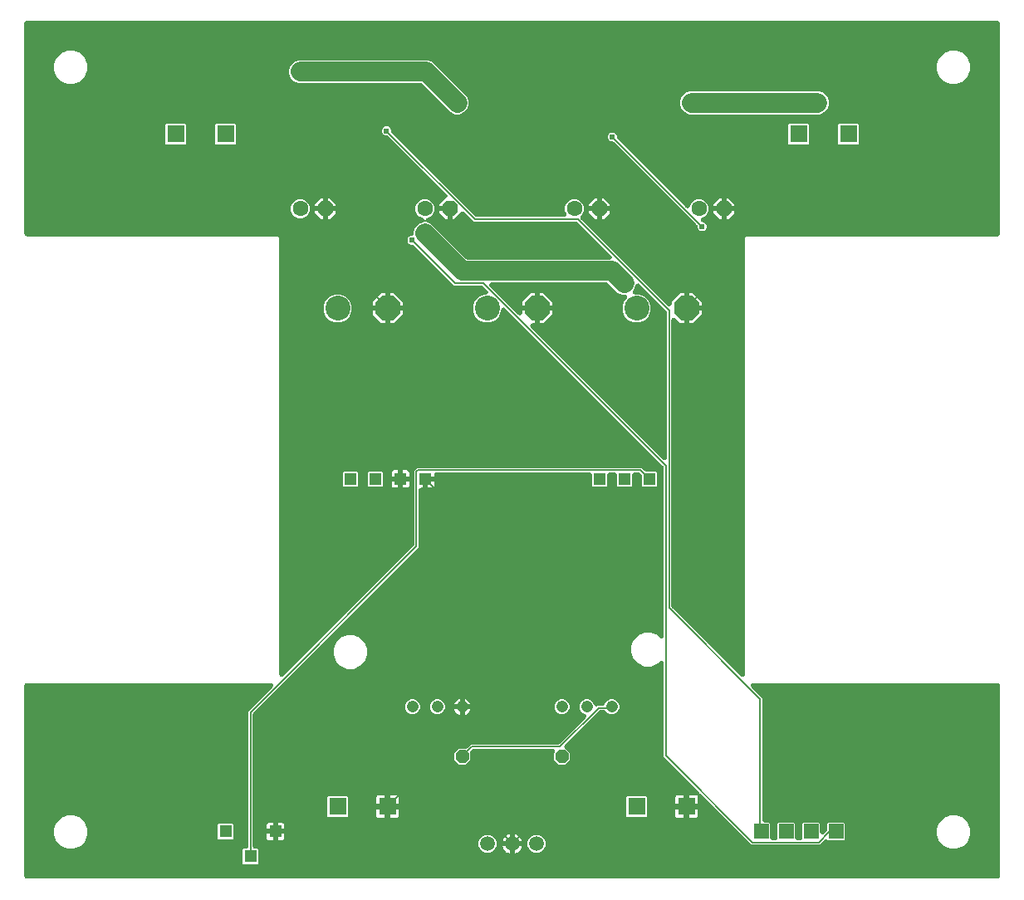
<source format=gbr>
G04 EAGLE Gerber RS-274X export*
G75*
%MOMM*%
%FSLAX34Y34*%
%LPD*%
%INBottom Copper*%
%IPPOS*%
%AMOC8*
5,1,8,0,0,1.08239X$1,22.5*%
G01*
%ADD10R,1.270000X1.270000*%
%ADD11P,1.732040X8X22.500000*%
%ADD12C,1.600200*%
%ADD13C,2.540000*%
%ADD14P,2.749271X8X22.500000*%
%ADD15P,1.429621X8X22.500000*%
%ADD16C,1.508000*%
%ADD17R,1.800000X1.800000*%
%ADD18R,1.508000X1.508000*%
%ADD19C,1.208000*%
%ADD20C,0.152400*%
%ADD21C,0.606400*%
%ADD22C,0.756400*%
%ADD23C,2.000000*%

G36*
X494788Y2767D02*
X494788Y2767D01*
X494838Y2765D01*
X495010Y2787D01*
X495183Y2803D01*
X495231Y2816D01*
X495281Y2822D01*
X495446Y2875D01*
X495614Y2921D01*
X495659Y2943D01*
X495706Y2958D01*
X495860Y3039D01*
X496016Y3114D01*
X496057Y3144D01*
X496101Y3167D01*
X496238Y3274D01*
X496378Y3376D01*
X496413Y3412D01*
X496452Y3443D01*
X496568Y3573D01*
X496688Y3698D01*
X496715Y3740D01*
X496749Y3778D01*
X496839Y3926D01*
X496935Y4070D01*
X496955Y4116D01*
X496981Y4159D01*
X497043Y4321D01*
X497112Y4481D01*
X497123Y4529D01*
X497141Y4576D01*
X497174Y4747D01*
X497213Y4916D01*
X497216Y4966D01*
X497225Y5015D01*
X497237Y5262D01*
X497237Y199738D01*
X497233Y199788D01*
X497235Y199838D01*
X497213Y200010D01*
X497197Y200183D01*
X497184Y200231D01*
X497178Y200281D01*
X497125Y200446D01*
X497079Y200614D01*
X497057Y200659D01*
X497042Y200706D01*
X496961Y200860D01*
X496886Y201016D01*
X496856Y201057D01*
X496833Y201101D01*
X496726Y201238D01*
X496624Y201378D01*
X496588Y201413D01*
X496557Y201452D01*
X496427Y201568D01*
X496302Y201688D01*
X496260Y201715D01*
X496222Y201749D01*
X496074Y201839D01*
X495930Y201935D01*
X495884Y201955D01*
X495841Y201981D01*
X495679Y202043D01*
X495519Y202112D01*
X495471Y202123D01*
X495424Y202141D01*
X495253Y202174D01*
X495084Y202213D01*
X495034Y202216D01*
X494985Y202225D01*
X494738Y202237D01*
X245942Y202237D01*
X245806Y202225D01*
X245669Y202222D01*
X245584Y202205D01*
X245497Y202197D01*
X245365Y202161D01*
X245231Y202134D01*
X245151Y202102D01*
X245067Y202079D01*
X244943Y202020D01*
X244816Y201969D01*
X244742Y201923D01*
X244664Y201886D01*
X244553Y201805D01*
X244437Y201733D01*
X244373Y201675D01*
X244302Y201624D01*
X244207Y201525D01*
X244106Y201433D01*
X244053Y201364D01*
X243993Y201302D01*
X243917Y201188D01*
X243833Y201079D01*
X243794Y201002D01*
X243745Y200930D01*
X243691Y200804D01*
X243628Y200682D01*
X243603Y200599D01*
X243568Y200519D01*
X243537Y200386D01*
X243497Y200255D01*
X243487Y200169D01*
X243467Y200084D01*
X243460Y199948D01*
X243444Y199812D01*
X243449Y199725D01*
X243445Y199638D01*
X243463Y199503D01*
X243471Y199366D01*
X243492Y199281D01*
X243503Y199195D01*
X243544Y199065D01*
X243577Y198932D01*
X243612Y198853D01*
X243638Y198770D01*
X243702Y198649D01*
X243758Y198524D01*
X243807Y198452D01*
X243848Y198375D01*
X243932Y198267D01*
X244009Y198154D01*
X244101Y198053D01*
X244124Y198024D01*
X244141Y198008D01*
X244175Y197971D01*
X255271Y186875D01*
X255271Y62364D01*
X255275Y62314D01*
X255273Y62264D01*
X255295Y62092D01*
X255311Y61919D01*
X255324Y61871D01*
X255330Y61821D01*
X255383Y61656D01*
X255429Y61488D01*
X255451Y61443D01*
X255466Y61396D01*
X255547Y61242D01*
X255622Y61086D01*
X255652Y61045D01*
X255675Y61001D01*
X255782Y60864D01*
X255884Y60724D01*
X255920Y60689D01*
X255951Y60650D01*
X256081Y60534D01*
X256206Y60414D01*
X256248Y60387D01*
X256286Y60353D01*
X256434Y60263D01*
X256578Y60167D01*
X256624Y60147D01*
X256667Y60121D01*
X256829Y60059D01*
X256989Y59990D01*
X257037Y59979D01*
X257084Y59961D01*
X257255Y59928D01*
X257424Y59889D01*
X257474Y59886D01*
X257523Y59877D01*
X257770Y59865D01*
X262172Y59865D01*
X263065Y58972D01*
X263065Y44410D01*
X263069Y44360D01*
X263067Y44310D01*
X263089Y44138D01*
X263105Y43965D01*
X263118Y43917D01*
X263124Y43867D01*
X263177Y43702D01*
X263223Y43534D01*
X263245Y43489D01*
X263260Y43442D01*
X263341Y43288D01*
X263416Y43132D01*
X263446Y43091D01*
X263469Y43047D01*
X263576Y42910D01*
X263678Y42770D01*
X263714Y42735D01*
X263745Y42696D01*
X263875Y42580D01*
X264000Y42460D01*
X264042Y42433D01*
X264080Y42399D01*
X264228Y42309D01*
X264372Y42213D01*
X264418Y42193D01*
X264461Y42167D01*
X264623Y42105D01*
X264783Y42036D01*
X264831Y42025D01*
X264878Y42007D01*
X265049Y41974D01*
X265218Y41935D01*
X265268Y41932D01*
X265317Y41923D01*
X265564Y41911D01*
X267836Y41911D01*
X267886Y41915D01*
X267936Y41913D01*
X268108Y41935D01*
X268281Y41951D01*
X268329Y41964D01*
X268379Y41970D01*
X268544Y42023D01*
X268712Y42069D01*
X268757Y42091D01*
X268804Y42106D01*
X268958Y42187D01*
X269114Y42262D01*
X269155Y42292D01*
X269199Y42315D01*
X269336Y42422D01*
X269476Y42524D01*
X269511Y42560D01*
X269550Y42591D01*
X269666Y42721D01*
X269786Y42846D01*
X269813Y42888D01*
X269847Y42926D01*
X269937Y43074D01*
X270033Y43218D01*
X270053Y43264D01*
X270079Y43307D01*
X270141Y43469D01*
X270210Y43629D01*
X270221Y43677D01*
X270239Y43724D01*
X270272Y43895D01*
X270311Y44064D01*
X270314Y44114D01*
X270323Y44163D01*
X270335Y44410D01*
X270335Y58972D01*
X271228Y59865D01*
X287572Y59865D01*
X288465Y58972D01*
X288465Y44410D01*
X288469Y44360D01*
X288467Y44310D01*
X288489Y44138D01*
X288505Y43965D01*
X288518Y43917D01*
X288524Y43867D01*
X288577Y43702D01*
X288623Y43534D01*
X288645Y43489D01*
X288660Y43442D01*
X288741Y43288D01*
X288816Y43132D01*
X288846Y43091D01*
X288869Y43047D01*
X288976Y42910D01*
X289078Y42770D01*
X289114Y42735D01*
X289145Y42696D01*
X289275Y42580D01*
X289400Y42460D01*
X289442Y42433D01*
X289480Y42399D01*
X289628Y42309D01*
X289772Y42213D01*
X289818Y42193D01*
X289861Y42167D01*
X290023Y42105D01*
X290183Y42036D01*
X290231Y42025D01*
X290278Y42007D01*
X290449Y41974D01*
X290618Y41935D01*
X290668Y41932D01*
X290717Y41923D01*
X290964Y41911D01*
X293236Y41911D01*
X293286Y41915D01*
X293336Y41913D01*
X293508Y41935D01*
X293681Y41951D01*
X293729Y41964D01*
X293779Y41970D01*
X293944Y42023D01*
X294112Y42069D01*
X294157Y42091D01*
X294204Y42106D01*
X294358Y42187D01*
X294514Y42262D01*
X294555Y42292D01*
X294599Y42315D01*
X294736Y42422D01*
X294876Y42524D01*
X294911Y42560D01*
X294950Y42591D01*
X295066Y42721D01*
X295186Y42846D01*
X295213Y42888D01*
X295247Y42926D01*
X295337Y43074D01*
X295433Y43218D01*
X295453Y43264D01*
X295479Y43307D01*
X295541Y43469D01*
X295610Y43629D01*
X295621Y43677D01*
X295639Y43724D01*
X295672Y43895D01*
X295711Y44064D01*
X295714Y44114D01*
X295723Y44163D01*
X295735Y44410D01*
X295735Y58972D01*
X296628Y59865D01*
X312972Y59865D01*
X313865Y58972D01*
X313865Y50336D01*
X313877Y50200D01*
X313880Y50063D01*
X313897Y49978D01*
X313905Y49891D01*
X313941Y49759D01*
X313968Y49625D01*
X314000Y49545D01*
X314023Y49461D01*
X314082Y49337D01*
X314133Y49210D01*
X314179Y49136D01*
X314216Y49058D01*
X314297Y48947D01*
X314369Y48831D01*
X314427Y48767D01*
X314478Y48696D01*
X314577Y48601D01*
X314669Y48500D01*
X314738Y48447D01*
X314800Y48387D01*
X314914Y48311D01*
X315023Y48227D01*
X315100Y48188D01*
X315172Y48139D01*
X315298Y48085D01*
X315420Y48022D01*
X315503Y47997D01*
X315583Y47962D01*
X315716Y47931D01*
X315847Y47891D01*
X315933Y47881D01*
X316018Y47861D01*
X316154Y47854D01*
X316290Y47838D01*
X316377Y47843D01*
X316464Y47839D01*
X316599Y47857D01*
X316736Y47865D01*
X316821Y47886D01*
X316907Y47897D01*
X317037Y47938D01*
X317170Y47971D01*
X317249Y48006D01*
X317332Y48032D01*
X317453Y48096D01*
X317578Y48152D01*
X317650Y48201D01*
X317727Y48242D01*
X317835Y48326D01*
X317948Y48403D01*
X318049Y48495D01*
X318078Y48518D01*
X318094Y48535D01*
X318131Y48569D01*
X320403Y50841D01*
X320523Y50984D01*
X320647Y51124D01*
X320666Y51156D01*
X320690Y51184D01*
X320782Y51346D01*
X320879Y51506D01*
X320892Y51540D01*
X320910Y51572D01*
X320972Y51748D01*
X321039Y51922D01*
X321046Y51959D01*
X321059Y51994D01*
X321088Y52178D01*
X321123Y52361D01*
X321126Y52412D01*
X321129Y52435D01*
X321128Y52472D01*
X321135Y52608D01*
X321135Y58972D01*
X322028Y59865D01*
X338372Y59865D01*
X339265Y58972D01*
X339265Y42628D01*
X338372Y41735D01*
X322028Y41735D01*
X321664Y42100D01*
X321626Y42132D01*
X321592Y42169D01*
X321454Y42275D01*
X321321Y42386D01*
X321278Y42411D01*
X321238Y42441D01*
X321084Y42521D01*
X320933Y42607D01*
X320886Y42623D01*
X320841Y42646D01*
X320676Y42697D01*
X320512Y42755D01*
X320462Y42763D01*
X320414Y42778D01*
X320242Y42798D01*
X320070Y42826D01*
X320020Y42825D01*
X319971Y42831D01*
X319797Y42820D01*
X319624Y42817D01*
X319575Y42807D01*
X319525Y42804D01*
X319356Y42763D01*
X319186Y42728D01*
X319139Y42710D01*
X319091Y42698D01*
X318932Y42628D01*
X318771Y42564D01*
X318728Y42537D01*
X318683Y42517D01*
X318539Y42419D01*
X318392Y42328D01*
X318354Y42294D01*
X318313Y42266D01*
X318130Y42100D01*
X313367Y37337D01*
X244417Y37337D01*
X193418Y88336D01*
X193405Y88347D01*
X193395Y88359D01*
X193234Y88490D01*
X193075Y88622D01*
X193061Y88630D01*
X193048Y88641D01*
X192865Y88742D01*
X192687Y88843D01*
X192671Y88848D01*
X192657Y88857D01*
X192460Y88923D01*
X192266Y88991D01*
X192249Y88994D01*
X192233Y88999D01*
X192029Y89029D01*
X191825Y89062D01*
X191808Y89061D01*
X191791Y89064D01*
X191584Y89057D01*
X191378Y89053D01*
X191362Y89050D01*
X191345Y89049D01*
X191142Y89005D01*
X190940Y88965D01*
X190925Y88958D01*
X190908Y88955D01*
X190717Y88876D01*
X190525Y88800D01*
X190511Y88791D01*
X190495Y88784D01*
X190321Y88673D01*
X190185Y88588D01*
X190259Y88682D01*
X190267Y88696D01*
X190277Y88710D01*
X190372Y88893D01*
X190470Y89076D01*
X190475Y89092D01*
X190482Y89107D01*
X190543Y89303D01*
X190607Y89501D01*
X190609Y89518D01*
X190614Y89534D01*
X190638Y89739D01*
X190665Y89944D01*
X190665Y89960D01*
X190667Y89977D01*
X190654Y90184D01*
X190645Y90390D01*
X190641Y90406D01*
X190640Y90423D01*
X190591Y90624D01*
X190545Y90825D01*
X190538Y90841D01*
X190534Y90857D01*
X190450Y91047D01*
X190369Y91236D01*
X190360Y91250D01*
X190353Y91265D01*
X190236Y91438D01*
X190123Y91609D01*
X190111Y91621D01*
X190102Y91635D01*
X189936Y91818D01*
X154685Y127069D01*
X154685Y222399D01*
X154673Y222535D01*
X154670Y222672D01*
X154653Y222757D01*
X154645Y222844D01*
X154609Y222976D01*
X154582Y223110D01*
X154550Y223191D01*
X154527Y223275D01*
X154468Y223398D01*
X154417Y223525D01*
X154371Y223599D01*
X154334Y223677D01*
X154253Y223788D01*
X154181Y223904D01*
X154123Y223969D01*
X154072Y224039D01*
X153973Y224134D01*
X153881Y224235D01*
X153812Y224288D01*
X153750Y224349D01*
X153636Y224424D01*
X153527Y224508D01*
X153450Y224548D01*
X153378Y224596D01*
X153252Y224650D01*
X153130Y224713D01*
X153047Y224738D01*
X152967Y224773D01*
X152834Y224804D01*
X152703Y224844D01*
X152617Y224854D01*
X152532Y224874D01*
X152396Y224881D01*
X152260Y224897D01*
X152173Y224892D01*
X152086Y224896D01*
X151951Y224878D01*
X151814Y224870D01*
X151729Y224850D01*
X151643Y224838D01*
X151513Y224797D01*
X151380Y224765D01*
X151301Y224729D01*
X151218Y224703D01*
X151097Y224639D01*
X150972Y224583D01*
X150900Y224534D01*
X150823Y224494D01*
X150715Y224409D01*
X150602Y224332D01*
X150501Y224241D01*
X150472Y224218D01*
X150456Y224200D01*
X150419Y224166D01*
X148060Y221807D01*
X141812Y219219D01*
X135048Y219219D01*
X128800Y221807D01*
X124017Y226590D01*
X121429Y232838D01*
X121429Y239602D01*
X124017Y245850D01*
X128800Y250633D01*
X135048Y253221D01*
X141812Y253221D01*
X148060Y250633D01*
X150419Y248274D01*
X150524Y248186D01*
X150622Y248091D01*
X150695Y248043D01*
X150762Y247988D01*
X150880Y247920D01*
X150994Y247844D01*
X151074Y247810D01*
X151150Y247767D01*
X151279Y247721D01*
X151405Y247667D01*
X151489Y247648D01*
X151571Y247619D01*
X151707Y247597D01*
X151840Y247566D01*
X151926Y247562D01*
X152012Y247548D01*
X152149Y247551D01*
X152286Y247544D01*
X152372Y247555D01*
X152459Y247557D01*
X152593Y247584D01*
X152729Y247602D01*
X152812Y247628D01*
X152897Y247645D01*
X153024Y247696D01*
X153154Y247737D01*
X153231Y247778D01*
X153312Y247810D01*
X153428Y247882D01*
X153549Y247946D01*
X153617Y248000D01*
X153691Y248046D01*
X153793Y248138D01*
X153900Y248222D01*
X153958Y248288D01*
X154022Y248346D01*
X154106Y248454D01*
X154197Y248557D01*
X154242Y248631D01*
X154295Y248700D01*
X154358Y248821D01*
X154429Y248938D01*
X154460Y249019D01*
X154500Y249097D01*
X154540Y249227D01*
X154589Y249355D01*
X154606Y249441D01*
X154631Y249524D01*
X154647Y249659D01*
X154673Y249794D01*
X154680Y249931D01*
X154684Y249967D01*
X154683Y249991D01*
X154685Y250041D01*
X154685Y421690D01*
X154669Y421875D01*
X154657Y422062D01*
X154649Y422098D01*
X154645Y422134D01*
X154596Y422315D01*
X154552Y422496D01*
X154537Y422529D01*
X154527Y422565D01*
X154446Y422734D01*
X154370Y422904D01*
X154350Y422935D01*
X154334Y422968D01*
X154224Y423119D01*
X154119Y423273D01*
X154085Y423311D01*
X154072Y423330D01*
X154045Y423355D01*
X153953Y423457D01*
X-6909Y584319D01*
X-7014Y584407D01*
X-7112Y584501D01*
X-7185Y584550D01*
X-7252Y584605D01*
X-7370Y584673D01*
X-7484Y584749D01*
X-7564Y584783D01*
X-7640Y584826D01*
X-7769Y584871D01*
X-7895Y584926D01*
X-7979Y584945D01*
X-8061Y584974D01*
X-8197Y584996D01*
X-8330Y585027D01*
X-8416Y585031D01*
X-8502Y585045D01*
X-8639Y585042D01*
X-8776Y585049D01*
X-8862Y585038D01*
X-8949Y585036D01*
X-9083Y585009D01*
X-9219Y584991D01*
X-9302Y584965D01*
X-9387Y584948D01*
X-9514Y584897D01*
X-9644Y584856D01*
X-9721Y584815D01*
X-9802Y584783D01*
X-9918Y584710D01*
X-10039Y584646D01*
X-10107Y584593D01*
X-10181Y584547D01*
X-10283Y584455D01*
X-10390Y584370D01*
X-10448Y584305D01*
X-10512Y584247D01*
X-10596Y584138D01*
X-10687Y584036D01*
X-10732Y583962D01*
X-10785Y583893D01*
X-10848Y583771D01*
X-10919Y583654D01*
X-10950Y583573D01*
X-10990Y583496D01*
X-11030Y583365D01*
X-11079Y583238D01*
X-11096Y583152D01*
X-11121Y583069D01*
X-11137Y582933D01*
X-11163Y582799D01*
X-11170Y582662D01*
X-11174Y582626D01*
X-11173Y582602D01*
X-11175Y582552D01*
X-11175Y581370D01*
X-13341Y576142D01*
X-17342Y572141D01*
X-22570Y569975D01*
X-28230Y569975D01*
X-33458Y572141D01*
X-37459Y576142D01*
X-39625Y581370D01*
X-39625Y587030D01*
X-37459Y592258D01*
X-33458Y596259D01*
X-28230Y598425D01*
X-27048Y598425D01*
X-26912Y598437D01*
X-26775Y598440D01*
X-26690Y598457D01*
X-26603Y598465D01*
X-26471Y598501D01*
X-26337Y598528D01*
X-26257Y598560D01*
X-26173Y598583D01*
X-26049Y598642D01*
X-25922Y598693D01*
X-25848Y598739D01*
X-25770Y598776D01*
X-25659Y598857D01*
X-25543Y598929D01*
X-25479Y598987D01*
X-25408Y599038D01*
X-25313Y599137D01*
X-25212Y599229D01*
X-25159Y599298D01*
X-25099Y599360D01*
X-25023Y599474D01*
X-24939Y599583D01*
X-24900Y599660D01*
X-24851Y599732D01*
X-24797Y599858D01*
X-24734Y599980D01*
X-24709Y600063D01*
X-24674Y600143D01*
X-24643Y600276D01*
X-24603Y600407D01*
X-24593Y600493D01*
X-24573Y600578D01*
X-24566Y600714D01*
X-24550Y600850D01*
X-24555Y600937D01*
X-24551Y601024D01*
X-24569Y601159D01*
X-24577Y601296D01*
X-24598Y601381D01*
X-24609Y601467D01*
X-24650Y601597D01*
X-24683Y601730D01*
X-24718Y601809D01*
X-24744Y601892D01*
X-24808Y602013D01*
X-24864Y602138D01*
X-24913Y602210D01*
X-24954Y602287D01*
X-25038Y602395D01*
X-25115Y602508D01*
X-25207Y602609D01*
X-25230Y602638D01*
X-25247Y602654D01*
X-25281Y602691D01*
X-29171Y606581D01*
X-29314Y606701D01*
X-29454Y606825D01*
X-29486Y606844D01*
X-29514Y606868D01*
X-29676Y606960D01*
X-29836Y607057D01*
X-29870Y607070D01*
X-29902Y607088D01*
X-30078Y607150D01*
X-30252Y607217D01*
X-30289Y607224D01*
X-30324Y607237D01*
X-30508Y607266D01*
X-30691Y607301D01*
X-30742Y607304D01*
X-30765Y607307D01*
X-30802Y607306D01*
X-30938Y607313D01*
X-58859Y607313D01*
X-100053Y648507D01*
X-100196Y648627D01*
X-100336Y648751D01*
X-100368Y648770D01*
X-100396Y648794D01*
X-100558Y648886D01*
X-100718Y648983D01*
X-100752Y648996D01*
X-100784Y649014D01*
X-100960Y649076D01*
X-101134Y649143D01*
X-101171Y649150D01*
X-101206Y649163D01*
X-101390Y649192D01*
X-101573Y649227D01*
X-101624Y649230D01*
X-101647Y649233D01*
X-101684Y649232D01*
X-101820Y649239D01*
X-103014Y649239D01*
X-104689Y649933D01*
X-105971Y651215D01*
X-106665Y652890D01*
X-106665Y654702D01*
X-105971Y656377D01*
X-104689Y657659D01*
X-103014Y658353D01*
X-102924Y658353D01*
X-102874Y658357D01*
X-102824Y658355D01*
X-102652Y658377D01*
X-102479Y658393D01*
X-102431Y658406D01*
X-102381Y658412D01*
X-102216Y658465D01*
X-102048Y658511D01*
X-102003Y658533D01*
X-101956Y658548D01*
X-101802Y658629D01*
X-101646Y658704D01*
X-101605Y658734D01*
X-101561Y658757D01*
X-101424Y658864D01*
X-101284Y658966D01*
X-101249Y659002D01*
X-101210Y659033D01*
X-101094Y659163D01*
X-100974Y659288D01*
X-100947Y659330D01*
X-100913Y659368D01*
X-100823Y659516D01*
X-100727Y659660D01*
X-100707Y659706D01*
X-100681Y659749D01*
X-100619Y659911D01*
X-100550Y660071D01*
X-100539Y660119D01*
X-100521Y660166D01*
X-100488Y660337D01*
X-100449Y660506D01*
X-100446Y660556D01*
X-100437Y660605D01*
X-100425Y660852D01*
X-100425Y662692D01*
X-98670Y666928D01*
X-95428Y670170D01*
X-91318Y671873D01*
X-91196Y671936D01*
X-91071Y671991D01*
X-90999Y672040D01*
X-90922Y672080D01*
X-90814Y672164D01*
X-90700Y672240D01*
X-90638Y672301D01*
X-90569Y672354D01*
X-90478Y672456D01*
X-90380Y672551D01*
X-90329Y672622D01*
X-90271Y672687D01*
X-90200Y672803D01*
X-90120Y672915D01*
X-90083Y672993D01*
X-90037Y673067D01*
X-89987Y673195D01*
X-89929Y673318D01*
X-89906Y673403D01*
X-89874Y673483D01*
X-89848Y673617D01*
X-89812Y673750D01*
X-89805Y673836D01*
X-89788Y673922D01*
X-89786Y674059D01*
X-89775Y674195D01*
X-89783Y674281D01*
X-89782Y674368D01*
X-89804Y674503D01*
X-89817Y674640D01*
X-89841Y674723D01*
X-89855Y674809D01*
X-89901Y674938D01*
X-89938Y675070D01*
X-89976Y675148D01*
X-90005Y675230D01*
X-90073Y675348D01*
X-90133Y675471D01*
X-90185Y675542D01*
X-90228Y675617D01*
X-90316Y675721D01*
X-90397Y675832D01*
X-90460Y675892D01*
X-90516Y675958D01*
X-90621Y676045D01*
X-90721Y676140D01*
X-90793Y676188D01*
X-90860Y676243D01*
X-90979Y676310D01*
X-91094Y676385D01*
X-91218Y676443D01*
X-91250Y676462D01*
X-91272Y676469D01*
X-91318Y676491D01*
X-94296Y677724D01*
X-96976Y680404D01*
X-98426Y683905D01*
X-98426Y687695D01*
X-96976Y691196D01*
X-94296Y693876D01*
X-90795Y695326D01*
X-87005Y695326D01*
X-83504Y693876D01*
X-80824Y691196D01*
X-79374Y687695D01*
X-79374Y683905D01*
X-80824Y680404D01*
X-83504Y677724D01*
X-86482Y676491D01*
X-86603Y676428D01*
X-86729Y676373D01*
X-86801Y676324D01*
X-86878Y676284D01*
X-86986Y676200D01*
X-87100Y676123D01*
X-87162Y676063D01*
X-87231Y676009D01*
X-87322Y675908D01*
X-87420Y675812D01*
X-87471Y675742D01*
X-87529Y675677D01*
X-87601Y675560D01*
X-87680Y675449D01*
X-87717Y675370D01*
X-87763Y675296D01*
X-87813Y675169D01*
X-87871Y675045D01*
X-87894Y674961D01*
X-87926Y674880D01*
X-87952Y674746D01*
X-87988Y674614D01*
X-87995Y674527D01*
X-88012Y674442D01*
X-88014Y674305D01*
X-88025Y674169D01*
X-88017Y674082D01*
X-88018Y673995D01*
X-87996Y673860D01*
X-87983Y673724D01*
X-87959Y673640D01*
X-87945Y673555D01*
X-87899Y673426D01*
X-87862Y673294D01*
X-87824Y673216D01*
X-87795Y673134D01*
X-87727Y673015D01*
X-87667Y672892D01*
X-87615Y672822D01*
X-87572Y672747D01*
X-87484Y672642D01*
X-87403Y672532D01*
X-87340Y672472D01*
X-87284Y672405D01*
X-87179Y672318D01*
X-87079Y672224D01*
X-87007Y672176D01*
X-86940Y672121D01*
X-86821Y672054D01*
X-86706Y671979D01*
X-86582Y671920D01*
X-86550Y671902D01*
X-86528Y671894D01*
X-86482Y671873D01*
X-82372Y670170D01*
X-46758Y634557D01*
X-46615Y634437D01*
X-46476Y634313D01*
X-46444Y634294D01*
X-46415Y634270D01*
X-46254Y634178D01*
X-46094Y634081D01*
X-46059Y634068D01*
X-46027Y634050D01*
X-45851Y633988D01*
X-45677Y633921D01*
X-45641Y633914D01*
X-45606Y633901D01*
X-45421Y633872D01*
X-45238Y633837D01*
X-45188Y633834D01*
X-45165Y633831D01*
X-45128Y633832D01*
X-44991Y633825D01*
X99096Y633825D01*
X99232Y633837D01*
X99369Y633840D01*
X99454Y633857D01*
X99541Y633865D01*
X99673Y633901D01*
X99807Y633928D01*
X99887Y633960D01*
X99971Y633983D01*
X100095Y634042D01*
X100222Y634093D01*
X100295Y634139D01*
X100374Y634176D01*
X100485Y634257D01*
X100601Y634329D01*
X100665Y634387D01*
X100736Y634438D01*
X100831Y634537D01*
X100932Y634629D01*
X100985Y634698D01*
X101045Y634760D01*
X101121Y634874D01*
X101205Y634983D01*
X101244Y635060D01*
X101293Y635132D01*
X101347Y635258D01*
X101410Y635380D01*
X101435Y635463D01*
X101470Y635543D01*
X101501Y635676D01*
X101541Y635807D01*
X101551Y635893D01*
X101571Y635978D01*
X101578Y636114D01*
X101594Y636250D01*
X101589Y636337D01*
X101593Y636424D01*
X101575Y636559D01*
X101567Y636696D01*
X101546Y636781D01*
X101535Y636867D01*
X101494Y636997D01*
X101461Y637130D01*
X101426Y637209D01*
X101400Y637292D01*
X101336Y637413D01*
X101280Y637538D01*
X101231Y637610D01*
X101190Y637687D01*
X101106Y637795D01*
X101029Y637908D01*
X100937Y638009D01*
X100914Y638038D01*
X100897Y638054D01*
X100863Y638091D01*
X66841Y672113D01*
X66697Y672233D01*
X66558Y672357D01*
X66526Y672376D01*
X66498Y672400D01*
X66336Y672492D01*
X66176Y672589D01*
X66142Y672602D01*
X66110Y672620D01*
X65934Y672682D01*
X65760Y672749D01*
X65723Y672756D01*
X65688Y672769D01*
X65504Y672798D01*
X65321Y672833D01*
X65270Y672836D01*
X65247Y672839D01*
X65210Y672838D01*
X65074Y672845D01*
X-39047Y672845D01*
X-48692Y682490D01*
X-48797Y682578D01*
X-48895Y682672D01*
X-48968Y682721D01*
X-49035Y682776D01*
X-49153Y682844D01*
X-49267Y682920D01*
X-49347Y682954D01*
X-49423Y682997D01*
X-49552Y683042D01*
X-49678Y683097D01*
X-49762Y683116D01*
X-49844Y683145D01*
X-49980Y683167D01*
X-50113Y683198D01*
X-50199Y683202D01*
X-50285Y683216D01*
X-50422Y683213D01*
X-50559Y683220D01*
X-50645Y683209D01*
X-50732Y683207D01*
X-50866Y683180D01*
X-51002Y683162D01*
X-51085Y683136D01*
X-51170Y683119D01*
X-51297Y683068D01*
X-51427Y683027D01*
X-51504Y682986D01*
X-51585Y682954D01*
X-51701Y682881D01*
X-51822Y682817D01*
X-51890Y682764D01*
X-51964Y682718D01*
X-52066Y682626D01*
X-52173Y682541D01*
X-52231Y682476D01*
X-52295Y682418D01*
X-52379Y682309D01*
X-52470Y682207D01*
X-52515Y682133D01*
X-52568Y682064D01*
X-52631Y681942D01*
X-52702Y681825D01*
X-52733Y681744D01*
X-52773Y681667D01*
X-52794Y681597D01*
X-59134Y675258D01*
X-61001Y675258D01*
X-61001Y685800D01*
X-61005Y685850D01*
X-61003Y685899D01*
X-61025Y686071D01*
X-61040Y686245D01*
X-61054Y686293D01*
X-61060Y686342D01*
X-61113Y686508D01*
X-61159Y686675D01*
X-61181Y686720D01*
X-61196Y686768D01*
X-61277Y686921D01*
X-61352Y687078D01*
X-61382Y687119D01*
X-61405Y687163D01*
X-61512Y687299D01*
X-61614Y687440D01*
X-61650Y687475D01*
X-61681Y687514D01*
X-61682Y687514D01*
X-61812Y687630D01*
X-61901Y687716D01*
X-61937Y687750D01*
X-61978Y687778D01*
X-62016Y687811D01*
X-62164Y687901D01*
X-62309Y687997D01*
X-62355Y688017D01*
X-62397Y688043D01*
X-62560Y688105D01*
X-62719Y688174D01*
X-62767Y688185D01*
X-62814Y688203D01*
X-62985Y688236D01*
X-63154Y688275D01*
X-63204Y688278D01*
X-63253Y688287D01*
X-63500Y688299D01*
X-74042Y688299D01*
X-74042Y690166D01*
X-67710Y696498D01*
X-67702Y696500D01*
X-67578Y696559D01*
X-67451Y696610D01*
X-67378Y696656D01*
X-67299Y696693D01*
X-67188Y696774D01*
X-67072Y696846D01*
X-67008Y696904D01*
X-66937Y696955D01*
X-66842Y697054D01*
X-66741Y697146D01*
X-66688Y697215D01*
X-66628Y697277D01*
X-66552Y697391D01*
X-66468Y697500D01*
X-66429Y697577D01*
X-66380Y697649D01*
X-66326Y697775D01*
X-66263Y697897D01*
X-66238Y697980D01*
X-66203Y698060D01*
X-66172Y698193D01*
X-66132Y698324D01*
X-66122Y698410D01*
X-66102Y698495D01*
X-66095Y698631D01*
X-66079Y698767D01*
X-66084Y698854D01*
X-66080Y698941D01*
X-66098Y699076D01*
X-66106Y699213D01*
X-66127Y699298D01*
X-66138Y699384D01*
X-66179Y699514D01*
X-66212Y699647D01*
X-66247Y699726D01*
X-66273Y699809D01*
X-66337Y699930D01*
X-66393Y700055D01*
X-66442Y700127D01*
X-66483Y700204D01*
X-66567Y700312D01*
X-66644Y700425D01*
X-66736Y700526D01*
X-66759Y700555D01*
X-66776Y700571D01*
X-66810Y700608D01*
X-125961Y759759D01*
X-126104Y759879D01*
X-126244Y760003D01*
X-126276Y760022D01*
X-126304Y760046D01*
X-126466Y760138D01*
X-126626Y760235D01*
X-126660Y760248D01*
X-126692Y760266D01*
X-126868Y760328D01*
X-127042Y760395D01*
X-127079Y760402D01*
X-127114Y760415D01*
X-127298Y760444D01*
X-127481Y760479D01*
X-127532Y760482D01*
X-127555Y760485D01*
X-127592Y760484D01*
X-127728Y760491D01*
X-128922Y760491D01*
X-130597Y761185D01*
X-131879Y762467D01*
X-132573Y764142D01*
X-132573Y765954D01*
X-131879Y767629D01*
X-130597Y768911D01*
X-128922Y769605D01*
X-127110Y769605D01*
X-125435Y768911D01*
X-124153Y767629D01*
X-123459Y765954D01*
X-123459Y764760D01*
X-123443Y764574D01*
X-123431Y764388D01*
X-123423Y764352D01*
X-123419Y764316D01*
X-123370Y764135D01*
X-123326Y763954D01*
X-123311Y763921D01*
X-123301Y763885D01*
X-123220Y763716D01*
X-123144Y763546D01*
X-123124Y763515D01*
X-123108Y763482D01*
X-122998Y763331D01*
X-122893Y763177D01*
X-122859Y763139D01*
X-122846Y763120D01*
X-122819Y763095D01*
X-122727Y762993D01*
X-37885Y678151D01*
X-37742Y678031D01*
X-37602Y677907D01*
X-37570Y677888D01*
X-37542Y677864D01*
X-37380Y677772D01*
X-37220Y677675D01*
X-37186Y677662D01*
X-37154Y677644D01*
X-36978Y677582D01*
X-36804Y677515D01*
X-36767Y677508D01*
X-36732Y677495D01*
X-36548Y677466D01*
X-36365Y677431D01*
X-36314Y677428D01*
X-36291Y677425D01*
X-36254Y677426D01*
X-36118Y677419D01*
X52921Y677419D01*
X53014Y677427D01*
X53107Y677426D01*
X53236Y677447D01*
X53366Y677459D01*
X53456Y677483D01*
X53548Y677499D01*
X53671Y677543D01*
X53796Y677577D01*
X53881Y677618D01*
X53969Y677649D01*
X54081Y677714D01*
X54199Y677770D01*
X54275Y677825D01*
X54356Y677872D01*
X54455Y677956D01*
X54561Y678032D01*
X54626Y678100D01*
X54697Y678160D01*
X54780Y678261D01*
X54870Y678354D01*
X54922Y678432D01*
X54982Y678504D01*
X55046Y678618D01*
X55118Y678726D01*
X55155Y678812D01*
X55200Y678894D01*
X55243Y679017D01*
X55295Y679137D01*
X55316Y679228D01*
X55346Y679316D01*
X55366Y679445D01*
X55396Y679572D01*
X55400Y679665D01*
X55415Y679757D01*
X55411Y679888D01*
X55418Y680018D01*
X55406Y680110D01*
X55404Y680204D01*
X55377Y680332D01*
X55360Y680461D01*
X55332Y680550D01*
X55313Y680641D01*
X55230Y680874D01*
X53974Y683905D01*
X53974Y687695D01*
X55424Y691196D01*
X58104Y693876D01*
X61605Y695326D01*
X65395Y695326D01*
X68896Y693876D01*
X71576Y691196D01*
X73026Y687695D01*
X73026Y683905D01*
X71576Y680404D01*
X70064Y678892D01*
X70031Y678853D01*
X69992Y678818D01*
X69888Y678682D01*
X69778Y678550D01*
X69752Y678505D01*
X69720Y678463D01*
X69642Y678310D01*
X69557Y678161D01*
X69540Y678112D01*
X69516Y678066D01*
X69466Y677902D01*
X69409Y677740D01*
X69400Y677689D01*
X69385Y677639D01*
X69365Y677469D01*
X69338Y677299D01*
X69339Y677247D01*
X69333Y677195D01*
X69343Y677024D01*
X69347Y676852D01*
X69357Y676802D01*
X69360Y676750D01*
X69401Y676582D01*
X69435Y676414D01*
X69454Y676366D01*
X69467Y676316D01*
X69537Y676159D01*
X69600Y675999D01*
X69627Y675955D01*
X69648Y675908D01*
X69745Y675766D01*
X69836Y675620D01*
X69871Y675582D01*
X69900Y675539D01*
X70066Y675355D01*
X70075Y675347D01*
X158293Y587129D01*
X158398Y587041D01*
X158496Y586947D01*
X158569Y586898D01*
X158636Y586843D01*
X158754Y586775D01*
X158868Y586699D01*
X158948Y586665D01*
X159024Y586622D01*
X159153Y586577D01*
X159279Y586522D01*
X159363Y586503D01*
X159445Y586474D01*
X159581Y586452D01*
X159714Y586421D01*
X159800Y586417D01*
X159886Y586403D01*
X160023Y586406D01*
X160160Y586399D01*
X160246Y586410D01*
X160333Y586412D01*
X160467Y586439D01*
X160603Y586457D01*
X160686Y586483D01*
X160771Y586500D01*
X160898Y586551D01*
X161028Y586592D01*
X161105Y586633D01*
X161186Y586665D01*
X161302Y586738D01*
X161423Y586802D01*
X161491Y586855D01*
X161565Y586901D01*
X161667Y586993D01*
X161774Y587078D01*
X161832Y587143D01*
X161896Y587201D01*
X161980Y587310D01*
X162071Y587412D01*
X162116Y587486D01*
X162169Y587555D01*
X162232Y587677D01*
X162303Y587794D01*
X162334Y587875D01*
X162374Y587952D01*
X162414Y588083D01*
X162463Y588210D01*
X162480Y588296D01*
X162505Y588379D01*
X162521Y588515D01*
X162547Y588649D01*
X162554Y588786D01*
X162558Y588822D01*
X162557Y588846D01*
X162559Y588896D01*
X162559Y590513D01*
X171487Y599441D01*
X175261Y599441D01*
X175261Y584240D01*
X175263Y584212D01*
X175261Y584160D01*
X175261Y568959D01*
X171487Y568959D01*
X166573Y573873D01*
X166468Y573961D01*
X166370Y574056D01*
X166297Y574104D01*
X166230Y574160D01*
X166112Y574227D01*
X165998Y574303D01*
X165918Y574337D01*
X165842Y574380D01*
X165713Y574426D01*
X165587Y574480D01*
X165503Y574500D01*
X165421Y574528D01*
X165285Y574550D01*
X165152Y574581D01*
X165066Y574585D01*
X164980Y574599D01*
X164843Y574596D01*
X164706Y574603D01*
X164620Y574592D01*
X164533Y574590D01*
X164399Y574563D01*
X164263Y574546D01*
X164180Y574519D01*
X164095Y574502D01*
X163968Y574451D01*
X163838Y574410D01*
X163761Y574369D01*
X163680Y574337D01*
X163564Y574265D01*
X163443Y574201D01*
X163375Y574147D01*
X163301Y574101D01*
X163199Y574009D01*
X163092Y573925D01*
X163034Y573860D01*
X162970Y573801D01*
X162886Y573693D01*
X162795Y573590D01*
X162750Y573516D01*
X162697Y573447D01*
X162634Y573326D01*
X162563Y573209D01*
X162532Y573128D01*
X162492Y573050D01*
X162452Y572920D01*
X162403Y572792D01*
X162386Y572706D01*
X162361Y572623D01*
X162345Y572488D01*
X162319Y572353D01*
X162312Y572216D01*
X162308Y572180D01*
X162309Y572156D01*
X162307Y572106D01*
X162307Y280874D01*
X162323Y280688D01*
X162335Y280502D01*
X162343Y280466D01*
X162347Y280430D01*
X162396Y280249D01*
X162440Y280068D01*
X162455Y280035D01*
X162465Y279999D01*
X162546Y279830D01*
X162622Y279660D01*
X162642Y279629D01*
X162658Y279596D01*
X162768Y279445D01*
X162873Y279291D01*
X162907Y279253D01*
X162920Y279234D01*
X162947Y279209D01*
X163039Y279107D01*
X232971Y209175D01*
X233076Y209087D01*
X233174Y208993D01*
X233247Y208944D01*
X233314Y208889D01*
X233432Y208821D01*
X233546Y208745D01*
X233626Y208711D01*
X233702Y208668D01*
X233831Y208623D01*
X233957Y208568D01*
X234041Y208549D01*
X234123Y208520D01*
X234259Y208498D01*
X234392Y208467D01*
X234478Y208463D01*
X234564Y208449D01*
X234701Y208452D01*
X234838Y208445D01*
X234924Y208456D01*
X235011Y208458D01*
X235145Y208485D01*
X235281Y208503D01*
X235364Y208529D01*
X235449Y208546D01*
X235576Y208597D01*
X235706Y208638D01*
X235783Y208679D01*
X235864Y208711D01*
X235980Y208784D01*
X236101Y208848D01*
X236169Y208901D01*
X236243Y208947D01*
X236345Y209039D01*
X236452Y209124D01*
X236510Y209189D01*
X236574Y209247D01*
X236658Y209356D01*
X236749Y209458D01*
X236794Y209532D01*
X236847Y209601D01*
X236910Y209723D01*
X236981Y209840D01*
X237012Y209921D01*
X237052Y209998D01*
X237092Y210129D01*
X237141Y210256D01*
X237158Y210342D01*
X237183Y210425D01*
X237199Y210561D01*
X237225Y210695D01*
X237232Y210832D01*
X237236Y210868D01*
X237235Y210892D01*
X237237Y210942D01*
X237237Y656144D01*
X238856Y657763D01*
X494738Y657763D01*
X494788Y657767D01*
X494838Y657765D01*
X495010Y657787D01*
X495183Y657803D01*
X495231Y657816D01*
X495281Y657822D01*
X495446Y657875D01*
X495614Y657921D01*
X495659Y657943D01*
X495706Y657958D01*
X495860Y658039D01*
X496016Y658114D01*
X496057Y658144D01*
X496101Y658167D01*
X496238Y658274D01*
X496378Y658376D01*
X496413Y658412D01*
X496452Y658443D01*
X496568Y658573D01*
X496688Y658698D01*
X496715Y658740D01*
X496749Y658778D01*
X496839Y658926D01*
X496935Y659070D01*
X496955Y659116D01*
X496981Y659159D01*
X497043Y659321D01*
X497112Y659481D01*
X497123Y659529D01*
X497141Y659576D01*
X497174Y659747D01*
X497213Y659916D01*
X497216Y659966D01*
X497225Y660015D01*
X497237Y660262D01*
X497237Y874738D01*
X497233Y874788D01*
X497235Y874838D01*
X497213Y875010D01*
X497197Y875183D01*
X497184Y875231D01*
X497178Y875281D01*
X497125Y875446D01*
X497079Y875614D01*
X497057Y875659D01*
X497042Y875706D01*
X496961Y875860D01*
X496886Y876016D01*
X496856Y876057D01*
X496833Y876101D01*
X496726Y876238D01*
X496624Y876378D01*
X496588Y876413D01*
X496557Y876452D01*
X496427Y876568D01*
X496302Y876688D01*
X496260Y876715D01*
X496222Y876749D01*
X496074Y876839D01*
X495930Y876935D01*
X495884Y876955D01*
X495841Y876981D01*
X495679Y877043D01*
X495519Y877112D01*
X495471Y877123D01*
X495424Y877141D01*
X495253Y877174D01*
X495084Y877213D01*
X495034Y877216D01*
X494985Y877225D01*
X494738Y877237D01*
X-494738Y877237D01*
X-494788Y877233D01*
X-494838Y877235D01*
X-495010Y877213D01*
X-495183Y877197D01*
X-495231Y877184D01*
X-495281Y877178D01*
X-495446Y877125D01*
X-495614Y877079D01*
X-495659Y877057D01*
X-495706Y877042D01*
X-495860Y876961D01*
X-496016Y876886D01*
X-496057Y876856D01*
X-496101Y876833D01*
X-496238Y876726D01*
X-496378Y876624D01*
X-496413Y876588D01*
X-496452Y876557D01*
X-496568Y876427D01*
X-496688Y876302D01*
X-496715Y876260D01*
X-496749Y876222D01*
X-496839Y876074D01*
X-496935Y875930D01*
X-496955Y875884D01*
X-496981Y875841D01*
X-497043Y875679D01*
X-497112Y875519D01*
X-497123Y875471D01*
X-497141Y875424D01*
X-497174Y875253D01*
X-497213Y875084D01*
X-497216Y875034D01*
X-497225Y874985D01*
X-497237Y874738D01*
X-497237Y660262D01*
X-497233Y660212D01*
X-497235Y660162D01*
X-497213Y659990D01*
X-497197Y659817D01*
X-497184Y659769D01*
X-497178Y659719D01*
X-497125Y659554D01*
X-497079Y659386D01*
X-497057Y659341D01*
X-497042Y659294D01*
X-496961Y659140D01*
X-496886Y658984D01*
X-496856Y658943D01*
X-496833Y658899D01*
X-496726Y658762D01*
X-496624Y658622D01*
X-496588Y658587D01*
X-496557Y658548D01*
X-496427Y658432D01*
X-496302Y658312D01*
X-496260Y658285D01*
X-496222Y658251D01*
X-496074Y658161D01*
X-495930Y658065D01*
X-495884Y658045D01*
X-495841Y658019D01*
X-495679Y657957D01*
X-495519Y657888D01*
X-495471Y657877D01*
X-495424Y657859D01*
X-495253Y657826D01*
X-495084Y657787D01*
X-495034Y657784D01*
X-494985Y657775D01*
X-494738Y657763D01*
X-238856Y657763D01*
X-237237Y656144D01*
X-237237Y210942D01*
X-237225Y210806D01*
X-237222Y210669D01*
X-237205Y210584D01*
X-237197Y210497D01*
X-237161Y210365D01*
X-237134Y210231D01*
X-237102Y210151D01*
X-237079Y210067D01*
X-237020Y209943D01*
X-236969Y209816D01*
X-236923Y209743D01*
X-236886Y209664D01*
X-236805Y209553D01*
X-236733Y209437D01*
X-236675Y209373D01*
X-236624Y209302D01*
X-236525Y209207D01*
X-236433Y209106D01*
X-236364Y209053D01*
X-236302Y208993D01*
X-236188Y208917D01*
X-236079Y208833D01*
X-236002Y208794D01*
X-235930Y208745D01*
X-235804Y208691D01*
X-235682Y208628D01*
X-235599Y208603D01*
X-235519Y208568D01*
X-235386Y208537D01*
X-235255Y208497D01*
X-235169Y208487D01*
X-235084Y208467D01*
X-234948Y208460D01*
X-234812Y208444D01*
X-234725Y208449D01*
X-234638Y208445D01*
X-234503Y208463D01*
X-234366Y208471D01*
X-234281Y208492D01*
X-234195Y208503D01*
X-234065Y208544D01*
X-233932Y208577D01*
X-233853Y208612D01*
X-233770Y208638D01*
X-233649Y208702D01*
X-233524Y208758D01*
X-233452Y208807D01*
X-233375Y208848D01*
X-233267Y208932D01*
X-233154Y209009D01*
X-233053Y209101D01*
X-233024Y209124D01*
X-233008Y209141D01*
X-232971Y209175D01*
X-100555Y341591D01*
X-100435Y341734D01*
X-100311Y341874D01*
X-100292Y341906D01*
X-100268Y341934D01*
X-100176Y342096D01*
X-100079Y342256D01*
X-100066Y342290D01*
X-100048Y342322D01*
X-99986Y342498D01*
X-99919Y342672D01*
X-99912Y342709D01*
X-99899Y342744D01*
X-99870Y342928D01*
X-99835Y343111D01*
X-99832Y343162D01*
X-99829Y343185D01*
X-99830Y343222D01*
X-99823Y343358D01*
X-99823Y418523D01*
X-96959Y421387D01*
X132011Y421387D01*
X134581Y418817D01*
X134724Y418697D01*
X134864Y418573D01*
X134896Y418554D01*
X134924Y418530D01*
X135086Y418438D01*
X135246Y418341D01*
X135280Y418328D01*
X135312Y418310D01*
X135488Y418248D01*
X135662Y418181D01*
X135699Y418174D01*
X135734Y418161D01*
X135918Y418132D01*
X136101Y418097D01*
X136152Y418094D01*
X136175Y418091D01*
X136212Y418092D01*
X136348Y418085D01*
X147072Y418085D01*
X147965Y417192D01*
X147965Y403228D01*
X147072Y402335D01*
X133108Y402335D01*
X132215Y403228D01*
X132215Y413680D01*
X132199Y413866D01*
X132187Y414052D01*
X132179Y414088D01*
X132175Y414124D01*
X132126Y414305D01*
X132082Y414486D01*
X132067Y414519D01*
X132057Y414555D01*
X131976Y414724D01*
X131900Y414894D01*
X131880Y414925D01*
X131864Y414958D01*
X131754Y415109D01*
X131649Y415263D01*
X131615Y415301D01*
X131602Y415320D01*
X131575Y415345D01*
X131483Y415447D01*
X130849Y416081D01*
X130706Y416201D01*
X130566Y416325D01*
X130534Y416344D01*
X130506Y416368D01*
X130344Y416460D01*
X130184Y416557D01*
X130150Y416570D01*
X130118Y416588D01*
X129942Y416650D01*
X129768Y416717D01*
X129731Y416724D01*
X129696Y416737D01*
X129512Y416766D01*
X129329Y416801D01*
X129278Y416804D01*
X129255Y416807D01*
X129218Y416806D01*
X129082Y416813D01*
X125064Y416813D01*
X125014Y416809D01*
X124964Y416811D01*
X124792Y416789D01*
X124619Y416773D01*
X124571Y416760D01*
X124521Y416754D01*
X124356Y416701D01*
X124188Y416655D01*
X124143Y416633D01*
X124096Y416618D01*
X123942Y416537D01*
X123786Y416462D01*
X123745Y416432D01*
X123701Y416409D01*
X123564Y416302D01*
X123424Y416200D01*
X123389Y416164D01*
X123350Y416133D01*
X123234Y416003D01*
X123114Y415878D01*
X123087Y415836D01*
X123053Y415798D01*
X122963Y415650D01*
X122867Y415506D01*
X122847Y415460D01*
X122821Y415417D01*
X122759Y415255D01*
X122690Y415095D01*
X122679Y415047D01*
X122661Y415000D01*
X122628Y414829D01*
X122589Y414660D01*
X122586Y414610D01*
X122577Y414561D01*
X122565Y414314D01*
X122565Y403228D01*
X121672Y402335D01*
X107708Y402335D01*
X106815Y403228D01*
X106815Y414314D01*
X106811Y414364D01*
X106813Y414414D01*
X106791Y414586D01*
X106775Y414759D01*
X106762Y414807D01*
X106756Y414857D01*
X106703Y415022D01*
X106657Y415190D01*
X106635Y415235D01*
X106620Y415282D01*
X106539Y415436D01*
X106464Y415592D01*
X106434Y415633D01*
X106411Y415677D01*
X106304Y415814D01*
X106202Y415954D01*
X106166Y415989D01*
X106135Y416028D01*
X106005Y416144D01*
X105880Y416264D01*
X105838Y416291D01*
X105800Y416325D01*
X105652Y416415D01*
X105508Y416511D01*
X105462Y416531D01*
X105419Y416557D01*
X105257Y416619D01*
X105097Y416688D01*
X105049Y416699D01*
X105002Y416717D01*
X104831Y416750D01*
X104662Y416789D01*
X104612Y416792D01*
X104563Y416801D01*
X104316Y416813D01*
X99664Y416813D01*
X99614Y416809D01*
X99564Y416811D01*
X99392Y416789D01*
X99219Y416773D01*
X99171Y416760D01*
X99121Y416754D01*
X98956Y416701D01*
X98788Y416655D01*
X98743Y416633D01*
X98696Y416618D01*
X98542Y416537D01*
X98386Y416462D01*
X98345Y416432D01*
X98301Y416409D01*
X98164Y416302D01*
X98024Y416200D01*
X97989Y416164D01*
X97950Y416133D01*
X97834Y416003D01*
X97714Y415878D01*
X97687Y415836D01*
X97653Y415798D01*
X97563Y415650D01*
X97467Y415506D01*
X97447Y415460D01*
X97421Y415417D01*
X97359Y415255D01*
X97290Y415095D01*
X97279Y415047D01*
X97261Y415000D01*
X97228Y414829D01*
X97189Y414660D01*
X97186Y414610D01*
X97177Y414561D01*
X97165Y414314D01*
X97165Y403228D01*
X96272Y402335D01*
X82308Y402335D01*
X81415Y403228D01*
X81415Y414314D01*
X81411Y414364D01*
X81413Y414414D01*
X81391Y414586D01*
X81375Y414759D01*
X81362Y414807D01*
X81356Y414857D01*
X81303Y415022D01*
X81257Y415190D01*
X81235Y415235D01*
X81220Y415282D01*
X81139Y415436D01*
X81064Y415592D01*
X81034Y415633D01*
X81011Y415677D01*
X80904Y415814D01*
X80802Y415954D01*
X80766Y415989D01*
X80735Y416028D01*
X80605Y416144D01*
X80480Y416264D01*
X80438Y416291D01*
X80400Y416325D01*
X80252Y416415D01*
X80108Y416511D01*
X80062Y416531D01*
X80019Y416557D01*
X79857Y416619D01*
X79697Y416688D01*
X79649Y416699D01*
X79602Y416717D01*
X79431Y416750D01*
X79262Y416789D01*
X79212Y416792D01*
X79163Y416801D01*
X78916Y416813D01*
X-77120Y416813D01*
X-77170Y416809D01*
X-77220Y416811D01*
X-77392Y416789D01*
X-77565Y416773D01*
X-77613Y416760D01*
X-77663Y416754D01*
X-77828Y416701D01*
X-77996Y416655D01*
X-78041Y416633D01*
X-78088Y416618D01*
X-78242Y416537D01*
X-78398Y416462D01*
X-78439Y416432D01*
X-78483Y416409D01*
X-78620Y416301D01*
X-78760Y416200D01*
X-78795Y416164D01*
X-78834Y416133D01*
X-78950Y416003D01*
X-79070Y415878D01*
X-79097Y415836D01*
X-79131Y415798D01*
X-79221Y415650D01*
X-79317Y415506D01*
X-79337Y415460D01*
X-79363Y415417D01*
X-79425Y415254D01*
X-79494Y415095D01*
X-79505Y415047D01*
X-79523Y415000D01*
X-79556Y414829D01*
X-79595Y414660D01*
X-79598Y414610D01*
X-79607Y414561D01*
X-79619Y414314D01*
X-79619Y412709D01*
X-88510Y412709D01*
X-88560Y412705D01*
X-88609Y412707D01*
X-88781Y412685D01*
X-88955Y412669D01*
X-89003Y412656D01*
X-89052Y412650D01*
X-89218Y412597D01*
X-89385Y412551D01*
X-89430Y412529D01*
X-89478Y412514D01*
X-89631Y412433D01*
X-89788Y412358D01*
X-89829Y412328D01*
X-89873Y412305D01*
X-90009Y412198D01*
X-90150Y412096D01*
X-90150Y412095D01*
X-90185Y412060D01*
X-90224Y412029D01*
X-90224Y412028D01*
X-90340Y411898D01*
X-90460Y411773D01*
X-90488Y411732D01*
X-90521Y411694D01*
X-90611Y411546D01*
X-90707Y411401D01*
X-90727Y411355D01*
X-90753Y411313D01*
X-90815Y411150D01*
X-90884Y410991D01*
X-90895Y410943D01*
X-90913Y410896D01*
X-90946Y410725D01*
X-90985Y410556D01*
X-90988Y410506D01*
X-90997Y410457D01*
X-91009Y410210D01*
X-91009Y401319D01*
X-92750Y401319D01*
X-92800Y401315D01*
X-92850Y401317D01*
X-93022Y401295D01*
X-93195Y401279D01*
X-93243Y401266D01*
X-93293Y401260D01*
X-93458Y401207D01*
X-93626Y401161D01*
X-93671Y401139D01*
X-93718Y401124D01*
X-93872Y401043D01*
X-94028Y400968D01*
X-94069Y400938D01*
X-94113Y400915D01*
X-94250Y400808D01*
X-94390Y400706D01*
X-94425Y400670D01*
X-94464Y400639D01*
X-94580Y400509D01*
X-94700Y400384D01*
X-94727Y400342D01*
X-94761Y400304D01*
X-94851Y400156D01*
X-94947Y400012D01*
X-94967Y399966D01*
X-94993Y399923D01*
X-95055Y399761D01*
X-95124Y399601D01*
X-95135Y399553D01*
X-95153Y399506D01*
X-95186Y399335D01*
X-95225Y399166D01*
X-95228Y399116D01*
X-95237Y399067D01*
X-95249Y398820D01*
X-95249Y340429D01*
X-263681Y171997D01*
X-263801Y171854D01*
X-263925Y171714D01*
X-263944Y171682D01*
X-263968Y171654D01*
X-264060Y171492D01*
X-264157Y171332D01*
X-264170Y171298D01*
X-264188Y171266D01*
X-264250Y171089D01*
X-264280Y171012D01*
X-264288Y170994D01*
X-264289Y170988D01*
X-264317Y170916D01*
X-264324Y170879D01*
X-264337Y170844D01*
X-264366Y170660D01*
X-264368Y170649D01*
X-264389Y170559D01*
X-264390Y170532D01*
X-264401Y170477D01*
X-264404Y170426D01*
X-264407Y170403D01*
X-264406Y170366D01*
X-264413Y170230D01*
X-264413Y35774D01*
X-264409Y35724D01*
X-264411Y35674D01*
X-264389Y35502D01*
X-264373Y35329D01*
X-264360Y35281D01*
X-264354Y35231D01*
X-264301Y35066D01*
X-264255Y34898D01*
X-264233Y34853D01*
X-264218Y34806D01*
X-264137Y34652D01*
X-264062Y34496D01*
X-264032Y34455D01*
X-264009Y34411D01*
X-263902Y34274D01*
X-263800Y34134D01*
X-263764Y34099D01*
X-263733Y34060D01*
X-263603Y33944D01*
X-263478Y33824D01*
X-263436Y33797D01*
X-263398Y33763D01*
X-263250Y33673D01*
X-263106Y33577D01*
X-263060Y33557D01*
X-263017Y33531D01*
X-262855Y33469D01*
X-262695Y33400D01*
X-262647Y33389D01*
X-262600Y33371D01*
X-262429Y33338D01*
X-262260Y33299D01*
X-262210Y33296D01*
X-262161Y33287D01*
X-261914Y33275D01*
X-259718Y33275D01*
X-258825Y32382D01*
X-258825Y18418D01*
X-259718Y17525D01*
X-273682Y17525D01*
X-274575Y18418D01*
X-274575Y32382D01*
X-273682Y33275D01*
X-271486Y33275D01*
X-271436Y33279D01*
X-271386Y33277D01*
X-271214Y33299D01*
X-271041Y33315D01*
X-270993Y33328D01*
X-270943Y33334D01*
X-270778Y33387D01*
X-270610Y33433D01*
X-270565Y33455D01*
X-270518Y33470D01*
X-270364Y33551D01*
X-270208Y33626D01*
X-270167Y33656D01*
X-270123Y33679D01*
X-269986Y33786D01*
X-269846Y33888D01*
X-269811Y33924D01*
X-269772Y33955D01*
X-269656Y34085D01*
X-269536Y34210D01*
X-269509Y34252D01*
X-269475Y34290D01*
X-269385Y34438D01*
X-269289Y34582D01*
X-269269Y34628D01*
X-269243Y34671D01*
X-269181Y34833D01*
X-269112Y34993D01*
X-269101Y35041D01*
X-269083Y35088D01*
X-269050Y35259D01*
X-269011Y35428D01*
X-269008Y35478D01*
X-268999Y35527D01*
X-268987Y35774D01*
X-268987Y173159D01*
X-244175Y197971D01*
X-244087Y198076D01*
X-243993Y198174D01*
X-243944Y198247D01*
X-243889Y198314D01*
X-243821Y198432D01*
X-243745Y198546D01*
X-243711Y198626D01*
X-243668Y198702D01*
X-243623Y198831D01*
X-243568Y198957D01*
X-243549Y199041D01*
X-243520Y199123D01*
X-243498Y199259D01*
X-243467Y199392D01*
X-243463Y199478D01*
X-243449Y199564D01*
X-243452Y199701D01*
X-243445Y199838D01*
X-243456Y199924D01*
X-243458Y200011D01*
X-243485Y200145D01*
X-243503Y200281D01*
X-243529Y200364D01*
X-243546Y200449D01*
X-243597Y200576D01*
X-243638Y200706D01*
X-243679Y200783D01*
X-243711Y200864D01*
X-243784Y200980D01*
X-243848Y201101D01*
X-243901Y201169D01*
X-243947Y201243D01*
X-244039Y201345D01*
X-244124Y201452D01*
X-244189Y201510D01*
X-244247Y201574D01*
X-244356Y201658D01*
X-244458Y201749D01*
X-244532Y201794D01*
X-244601Y201847D01*
X-244723Y201910D01*
X-244840Y201981D01*
X-244921Y202012D01*
X-244998Y202052D01*
X-245129Y202092D01*
X-245256Y202141D01*
X-245342Y202158D01*
X-245425Y202183D01*
X-245561Y202199D01*
X-245695Y202225D01*
X-245832Y202232D01*
X-245868Y202236D01*
X-245892Y202235D01*
X-245942Y202237D01*
X-494738Y202237D01*
X-494788Y202233D01*
X-494838Y202235D01*
X-495010Y202213D01*
X-495183Y202197D01*
X-495231Y202184D01*
X-495281Y202178D01*
X-495446Y202125D01*
X-495614Y202079D01*
X-495659Y202057D01*
X-495706Y202042D01*
X-495860Y201961D01*
X-496016Y201886D01*
X-496057Y201856D01*
X-496101Y201833D01*
X-496238Y201726D01*
X-496378Y201624D01*
X-496413Y201588D01*
X-496452Y201557D01*
X-496568Y201427D01*
X-496688Y201302D01*
X-496715Y201260D01*
X-496749Y201222D01*
X-496839Y201074D01*
X-496935Y200930D01*
X-496955Y200884D01*
X-496981Y200841D01*
X-497043Y200679D01*
X-497112Y200519D01*
X-497123Y200471D01*
X-497141Y200424D01*
X-497174Y200253D01*
X-497213Y200084D01*
X-497216Y200034D01*
X-497225Y199985D01*
X-497237Y199738D01*
X-497237Y5262D01*
X-497233Y5212D01*
X-497235Y5162D01*
X-497213Y4990D01*
X-497197Y4817D01*
X-497184Y4769D01*
X-497178Y4719D01*
X-497125Y4554D01*
X-497079Y4386D01*
X-497057Y4341D01*
X-497042Y4294D01*
X-496961Y4140D01*
X-496886Y3984D01*
X-496856Y3943D01*
X-496833Y3899D01*
X-496726Y3762D01*
X-496624Y3622D01*
X-496588Y3587D01*
X-496557Y3548D01*
X-496427Y3432D01*
X-496302Y3312D01*
X-496260Y3285D01*
X-496222Y3251D01*
X-496074Y3161D01*
X-495930Y3065D01*
X-495884Y3045D01*
X-495841Y3019D01*
X-495679Y2957D01*
X-495519Y2888D01*
X-495471Y2877D01*
X-495424Y2859D01*
X-495253Y2826D01*
X-495084Y2787D01*
X-495034Y2784D01*
X-494985Y2775D01*
X-494738Y2763D01*
X494738Y2763D01*
X494788Y2767D01*
G37*
G36*
X155420Y429692D02*
X155420Y429692D01*
X155507Y429694D01*
X155641Y429721D01*
X155777Y429739D01*
X155860Y429765D01*
X155945Y429782D01*
X156072Y429833D01*
X156202Y429874D01*
X156279Y429915D01*
X156360Y429947D01*
X156476Y430019D01*
X156597Y430084D01*
X156666Y430137D01*
X156739Y430183D01*
X156841Y430275D01*
X156948Y430360D01*
X157006Y430425D01*
X157070Y430483D01*
X157154Y430592D01*
X157245Y430694D01*
X157290Y430768D01*
X157343Y430837D01*
X157406Y430959D01*
X157477Y431076D01*
X157508Y431157D01*
X157548Y431234D01*
X157588Y431365D01*
X157637Y431492D01*
X157654Y431578D01*
X157679Y431661D01*
X157695Y431797D01*
X157721Y431931D01*
X157728Y432068D01*
X157732Y432104D01*
X157731Y432128D01*
X157733Y432178D01*
X157733Y580186D01*
X157717Y580372D01*
X157705Y580558D01*
X157697Y580594D01*
X157693Y580630D01*
X157644Y580811D01*
X157600Y580992D01*
X157585Y581025D01*
X157575Y581061D01*
X157494Y581230D01*
X157418Y581400D01*
X157398Y581431D01*
X157382Y581464D01*
X157272Y581615D01*
X157167Y581769D01*
X157133Y581807D01*
X157120Y581826D01*
X157093Y581851D01*
X157001Y581953D01*
X130091Y608863D01*
X129986Y608951D01*
X129888Y609045D01*
X129815Y609094D01*
X129748Y609149D01*
X129630Y609217D01*
X129516Y609293D01*
X129436Y609327D01*
X129360Y609370D01*
X129231Y609415D01*
X129105Y609470D01*
X129021Y609489D01*
X128939Y609518D01*
X128803Y609540D01*
X128670Y609571D01*
X128584Y609575D01*
X128498Y609589D01*
X128361Y609586D01*
X128224Y609593D01*
X128138Y609582D01*
X128051Y609580D01*
X127917Y609553D01*
X127781Y609535D01*
X127698Y609509D01*
X127613Y609492D01*
X127486Y609441D01*
X127356Y609400D01*
X127279Y609359D01*
X127198Y609327D01*
X127082Y609254D01*
X126961Y609190D01*
X126893Y609137D01*
X126819Y609091D01*
X126717Y608999D01*
X126610Y608914D01*
X126552Y608849D01*
X126488Y608791D01*
X126404Y608682D01*
X126313Y608580D01*
X126268Y608506D01*
X126215Y608437D01*
X126152Y608315D01*
X126081Y608198D01*
X126050Y608117D01*
X126010Y608040D01*
X125970Y607909D01*
X125921Y607782D01*
X125904Y607696D01*
X125879Y607613D01*
X125863Y607477D01*
X125837Y607343D01*
X125837Y607336D01*
X124070Y603072D01*
X123690Y602691D01*
X123602Y602586D01*
X123507Y602488D01*
X123459Y602415D01*
X123403Y602348D01*
X123336Y602230D01*
X123260Y602116D01*
X123225Y602036D01*
X123183Y601960D01*
X123137Y601831D01*
X123083Y601705D01*
X123063Y601621D01*
X123034Y601539D01*
X123013Y601404D01*
X122982Y601270D01*
X122977Y601184D01*
X122964Y601098D01*
X122966Y600961D01*
X122960Y600824D01*
X122971Y600738D01*
X122973Y600651D01*
X123000Y600517D01*
X123017Y600381D01*
X123044Y600298D01*
X123061Y600213D01*
X123111Y600086D01*
X123153Y599956D01*
X123194Y599879D01*
X123226Y599798D01*
X123298Y599682D01*
X123362Y599561D01*
X123416Y599493D01*
X123462Y599419D01*
X123554Y599317D01*
X123638Y599210D01*
X123703Y599152D01*
X123762Y599088D01*
X123870Y599004D01*
X123972Y598913D01*
X124047Y598868D01*
X124116Y598815D01*
X124237Y598752D01*
X124354Y598681D01*
X124435Y598650D01*
X124512Y598610D01*
X124643Y598570D01*
X124771Y598521D01*
X124856Y598504D01*
X124939Y598479D01*
X125075Y598463D01*
X125210Y598437D01*
X125346Y598430D01*
X125383Y598426D01*
X125406Y598427D01*
X125457Y598425D01*
X129830Y598425D01*
X135058Y596259D01*
X139059Y592258D01*
X141225Y587030D01*
X141225Y581370D01*
X139059Y576142D01*
X135058Y572141D01*
X129830Y569975D01*
X124170Y569975D01*
X118942Y572141D01*
X114941Y576142D01*
X112775Y581370D01*
X112775Y587030D01*
X114941Y592258D01*
X116492Y593809D01*
X116580Y593914D01*
X116674Y594012D01*
X116723Y594085D01*
X116778Y594152D01*
X116846Y594271D01*
X116922Y594384D01*
X116956Y594464D01*
X116999Y594540D01*
X117045Y594669D01*
X117099Y594795D01*
X117118Y594879D01*
X117147Y594961D01*
X117169Y595097D01*
X117200Y595230D01*
X117204Y595316D01*
X117218Y595402D01*
X117215Y595539D01*
X117222Y595676D01*
X117211Y595762D01*
X117209Y595849D01*
X117182Y595983D01*
X117164Y596119D01*
X117138Y596202D01*
X117121Y596287D01*
X117070Y596414D01*
X117029Y596544D01*
X116988Y596621D01*
X116956Y596702D01*
X116884Y596818D01*
X116820Y596939D01*
X116766Y597007D01*
X116720Y597081D01*
X116628Y597183D01*
X116543Y597290D01*
X116478Y597348D01*
X116420Y597412D01*
X116312Y597496D01*
X116209Y597587D01*
X116135Y597632D01*
X116066Y597685D01*
X115944Y597748D01*
X115828Y597819D01*
X115747Y597850D01*
X115669Y597890D01*
X115538Y597930D01*
X115411Y597979D01*
X115325Y597996D01*
X115242Y598021D01*
X115107Y598037D01*
X114972Y598063D01*
X114835Y598070D01*
X114799Y598074D01*
X114775Y598073D01*
X114725Y598075D01*
X112008Y598075D01*
X107772Y599830D01*
X97558Y610043D01*
X97415Y610163D01*
X97276Y610287D01*
X97244Y610306D01*
X97215Y610330D01*
X97054Y610422D01*
X96894Y610519D01*
X96859Y610532D01*
X96827Y610550D01*
X96651Y610612D01*
X96477Y610679D01*
X96441Y610686D01*
X96406Y610699D01*
X96221Y610728D01*
X96038Y610763D01*
X95988Y610766D01*
X95965Y610769D01*
X95928Y610768D01*
X95791Y610775D01*
X-20864Y610775D01*
X-21000Y610763D01*
X-21137Y610760D01*
X-21222Y610743D01*
X-21309Y610735D01*
X-21441Y610699D01*
X-21575Y610672D01*
X-21655Y610640D01*
X-21739Y610617D01*
X-21863Y610558D01*
X-21990Y610507D01*
X-22064Y610461D01*
X-22142Y610424D01*
X-22253Y610343D01*
X-22369Y610271D01*
X-22433Y610213D01*
X-22504Y610162D01*
X-22599Y610063D01*
X-22700Y609971D01*
X-22753Y609902D01*
X-22813Y609840D01*
X-22889Y609726D01*
X-22973Y609617D01*
X-23012Y609540D01*
X-23061Y609468D01*
X-23115Y609342D01*
X-23178Y609220D01*
X-23203Y609137D01*
X-23238Y609057D01*
X-23269Y608924D01*
X-23309Y608793D01*
X-23319Y608707D01*
X-23339Y608622D01*
X-23346Y608486D01*
X-23362Y608350D01*
X-23357Y608263D01*
X-23361Y608176D01*
X-23343Y608041D01*
X-23335Y607904D01*
X-23314Y607819D01*
X-23303Y607733D01*
X-23262Y607603D01*
X-23229Y607470D01*
X-23194Y607391D01*
X-23168Y607308D01*
X-23104Y607187D01*
X-23048Y607062D01*
X-22999Y606990D01*
X-22958Y606913D01*
X-22874Y606805D01*
X-22797Y606692D01*
X-22705Y606591D01*
X-22682Y606562D01*
X-22665Y606546D01*
X-22631Y606509D01*
X5893Y577985D01*
X5998Y577897D01*
X6096Y577803D01*
X6169Y577754D01*
X6236Y577699D01*
X6354Y577631D01*
X6468Y577555D01*
X6548Y577521D01*
X6624Y577478D01*
X6753Y577433D01*
X6879Y577378D01*
X6963Y577359D01*
X7045Y577330D01*
X7181Y577308D01*
X7314Y577277D01*
X7400Y577273D01*
X7486Y577259D01*
X7623Y577262D01*
X7760Y577255D01*
X7846Y577266D01*
X7933Y577268D01*
X8067Y577295D01*
X8203Y577313D01*
X8286Y577339D01*
X8371Y577356D01*
X8498Y577407D01*
X8628Y577448D01*
X8705Y577489D01*
X8786Y577521D01*
X8902Y577594D01*
X9023Y577658D01*
X9091Y577711D01*
X9165Y577757D01*
X9267Y577849D01*
X9374Y577934D01*
X9432Y577999D01*
X9496Y578057D01*
X9580Y578166D01*
X9671Y578268D01*
X9716Y578342D01*
X9769Y578411D01*
X9832Y578533D01*
X9903Y578650D01*
X9934Y578731D01*
X9974Y578808D01*
X10014Y578939D01*
X10063Y579066D01*
X10080Y579152D01*
X10105Y579235D01*
X10121Y579371D01*
X10147Y579505D01*
X10154Y579642D01*
X10158Y579678D01*
X10157Y579702D01*
X10159Y579752D01*
X10159Y581661D01*
X22861Y581661D01*
X22861Y568959D01*
X20952Y568959D01*
X20816Y568947D01*
X20679Y568944D01*
X20594Y568927D01*
X20507Y568919D01*
X20375Y568883D01*
X20241Y568856D01*
X20161Y568824D01*
X20077Y568801D01*
X19954Y568742D01*
X19826Y568691D01*
X19752Y568645D01*
X19674Y568608D01*
X19563Y568527D01*
X19447Y568455D01*
X19383Y568397D01*
X19312Y568346D01*
X19217Y568247D01*
X19116Y568155D01*
X19063Y568086D01*
X19003Y568024D01*
X18927Y567910D01*
X18843Y567801D01*
X18804Y567724D01*
X18755Y567652D01*
X18701Y567526D01*
X18638Y567404D01*
X18613Y567321D01*
X18578Y567241D01*
X18547Y567108D01*
X18507Y566977D01*
X18497Y566891D01*
X18477Y566806D01*
X18470Y566670D01*
X18454Y566534D01*
X18459Y566447D01*
X18455Y566360D01*
X18473Y566225D01*
X18481Y566088D01*
X18502Y566003D01*
X18513Y565917D01*
X18554Y565787D01*
X18587Y565654D01*
X18622Y565575D01*
X18648Y565492D01*
X18712Y565371D01*
X18768Y565246D01*
X18817Y565174D01*
X18858Y565097D01*
X18942Y564989D01*
X19019Y564876D01*
X19111Y564775D01*
X19134Y564746D01*
X19151Y564730D01*
X19185Y564693D01*
X153467Y430411D01*
X153572Y430323D01*
X153670Y430229D01*
X153743Y430180D01*
X153810Y430125D01*
X153928Y430057D01*
X154042Y429981D01*
X154122Y429947D01*
X154198Y429904D01*
X154327Y429859D01*
X154453Y429804D01*
X154537Y429785D01*
X154619Y429756D01*
X154755Y429734D01*
X154888Y429703D01*
X154974Y429699D01*
X155060Y429685D01*
X155197Y429688D01*
X155334Y429681D01*
X155420Y429692D01*
G37*
%LPC*%
G36*
X-58172Y782225D02*
X-58172Y782225D01*
X-62408Y783980D01*
X-91672Y813243D01*
X-91815Y813363D01*
X-91954Y813487D01*
X-91986Y813506D01*
X-92015Y813530D01*
X-92176Y813622D01*
X-92336Y813719D01*
X-92371Y813732D01*
X-92403Y813750D01*
X-92579Y813812D01*
X-92753Y813879D01*
X-92789Y813886D01*
X-92824Y813899D01*
X-93009Y813928D01*
X-93192Y813963D01*
X-93242Y813966D01*
X-93265Y813969D01*
X-93302Y813968D01*
X-93439Y813975D01*
X-218192Y813975D01*
X-222428Y815730D01*
X-225670Y818972D01*
X-227425Y823208D01*
X-227425Y827792D01*
X-225670Y832028D01*
X-222428Y835270D01*
X-218192Y837025D01*
X-85338Y837025D01*
X-81102Y835270D01*
X-46110Y800278D01*
X-44355Y796042D01*
X-44355Y791458D01*
X-46110Y787222D01*
X-49352Y783980D01*
X-53588Y782225D01*
X-58172Y782225D01*
G37*
%LPD*%
%LPC*%
G36*
X180588Y782225D02*
X180588Y782225D01*
X176352Y783980D01*
X173110Y787222D01*
X171355Y791458D01*
X171355Y796042D01*
X173110Y800278D01*
X176352Y803520D01*
X180588Y805275D01*
X313442Y805275D01*
X317678Y803520D01*
X320920Y800278D01*
X322675Y796042D01*
X322675Y791458D01*
X320920Y787222D01*
X317678Y783980D01*
X313442Y782225D01*
X180588Y782225D01*
G37*
%LPD*%
%LPC*%
G36*
X-54167Y118871D02*
X-54167Y118871D01*
X-58929Y123633D01*
X-58929Y130367D01*
X-54167Y135129D01*
X-47448Y135129D01*
X-47262Y135145D01*
X-47076Y135157D01*
X-47040Y135165D01*
X-47003Y135169D01*
X-46823Y135218D01*
X-46642Y135262D01*
X-46609Y135277D01*
X-46573Y135287D01*
X-46404Y135368D01*
X-46234Y135444D01*
X-46204Y135464D01*
X-46170Y135480D01*
X-46018Y135590D01*
X-45865Y135695D01*
X-45827Y135728D01*
X-45808Y135742D01*
X-45782Y135769D01*
X-45681Y135861D01*
X-42095Y139447D01*
X46786Y139447D01*
X46972Y139463D01*
X47158Y139475D01*
X47194Y139483D01*
X47230Y139487D01*
X47411Y139536D01*
X47592Y139580D01*
X47625Y139595D01*
X47661Y139605D01*
X47830Y139686D01*
X48000Y139762D01*
X48031Y139782D01*
X48064Y139798D01*
X48215Y139908D01*
X48369Y140013D01*
X48407Y140047D01*
X48426Y140060D01*
X48451Y140087D01*
X48553Y140179D01*
X74818Y166444D01*
X74878Y166516D01*
X74945Y166581D01*
X75021Y166687D01*
X75104Y166787D01*
X75151Y166868D01*
X75205Y166944D01*
X75261Y167062D01*
X75325Y167175D01*
X75356Y167263D01*
X75396Y167348D01*
X75430Y167474D01*
X75473Y167597D01*
X75488Y167689D01*
X75512Y167779D01*
X75523Y167909D01*
X75544Y168038D01*
X75542Y168131D01*
X75550Y168224D01*
X75538Y168354D01*
X75535Y168484D01*
X75517Y168576D01*
X75508Y168669D01*
X75473Y168795D01*
X75447Y168922D01*
X75412Y169009D01*
X75387Y169099D01*
X75330Y169216D01*
X75282Y169337D01*
X75233Y169417D01*
X75192Y169501D01*
X75115Y169606D01*
X75046Y169717D01*
X74983Y169786D01*
X74928Y169861D01*
X74834Y169951D01*
X74746Y170048D01*
X74672Y170105D01*
X74604Y170169D01*
X74496Y170241D01*
X74392Y170320D01*
X74309Y170363D01*
X74231Y170414D01*
X74007Y170520D01*
X71915Y171387D01*
X69787Y173515D01*
X68635Y176295D01*
X68635Y179305D01*
X69787Y182085D01*
X71915Y184213D01*
X74695Y185365D01*
X77705Y185365D01*
X80485Y184213D01*
X82613Y182085D01*
X83480Y179993D01*
X83523Y179910D01*
X83558Y179823D01*
X83626Y179712D01*
X83687Y179597D01*
X83744Y179523D01*
X83794Y179444D01*
X83881Y179347D01*
X83961Y179244D01*
X84031Y179182D01*
X84094Y179113D01*
X84197Y179033D01*
X84294Y178946D01*
X84373Y178897D01*
X84448Y178840D01*
X84563Y178780D01*
X84674Y178712D01*
X84761Y178678D01*
X84844Y178635D01*
X84969Y178597D01*
X85090Y178549D01*
X85182Y178532D01*
X85271Y178504D01*
X85401Y178489D01*
X85529Y178463D01*
X85622Y178462D01*
X85715Y178451D01*
X85845Y178459D01*
X85975Y178457D01*
X86067Y178472D01*
X86161Y178478D01*
X86288Y178509D01*
X86416Y178530D01*
X86504Y178561D01*
X86595Y178583D01*
X86714Y178636D01*
X86837Y178680D01*
X86918Y178727D01*
X87003Y178765D01*
X87111Y178838D01*
X87224Y178903D01*
X87295Y178963D01*
X87373Y179016D01*
X87433Y179071D01*
X92268Y179071D01*
X92275Y179071D01*
X92281Y179071D01*
X92495Y179091D01*
X92713Y179111D01*
X92720Y179112D01*
X92726Y179113D01*
X92932Y179171D01*
X93144Y179229D01*
X93150Y179232D01*
X93156Y179234D01*
X93350Y179328D01*
X93547Y179422D01*
X93552Y179426D01*
X93558Y179429D01*
X93733Y179557D01*
X93909Y179684D01*
X93913Y179689D01*
X93918Y179693D01*
X94070Y179852D01*
X94218Y180006D01*
X94222Y180012D01*
X94226Y180017D01*
X94345Y180197D01*
X94465Y180378D01*
X94468Y180384D01*
X94472Y180390D01*
X94577Y180614D01*
X95187Y182085D01*
X97315Y184213D01*
X100095Y185365D01*
X103105Y185365D01*
X105885Y184213D01*
X108013Y182085D01*
X109165Y179305D01*
X109165Y176295D01*
X108013Y173515D01*
X105885Y171387D01*
X103105Y170235D01*
X100095Y170235D01*
X97315Y171387D01*
X94937Y173765D01*
X94793Y173885D01*
X94654Y174009D01*
X94622Y174028D01*
X94594Y174052D01*
X94432Y174144D01*
X94272Y174241D01*
X94238Y174254D01*
X94205Y174272D01*
X94029Y174334D01*
X93855Y174401D01*
X93819Y174408D01*
X93784Y174421D01*
X93600Y174450D01*
X93417Y174485D01*
X93366Y174488D01*
X93343Y174491D01*
X93306Y174490D01*
X93169Y174497D01*
X90374Y174497D01*
X90188Y174481D01*
X90002Y174469D01*
X89966Y174461D01*
X89930Y174457D01*
X89749Y174408D01*
X89568Y174364D01*
X89535Y174349D01*
X89499Y174339D01*
X89330Y174258D01*
X89160Y174182D01*
X89129Y174162D01*
X89096Y174146D01*
X88945Y174036D01*
X88791Y173931D01*
X88753Y173897D01*
X88734Y173884D01*
X88709Y173857D01*
X88607Y173765D01*
X53836Y138994D01*
X53804Y138956D01*
X53767Y138922D01*
X53661Y138784D01*
X53550Y138651D01*
X53525Y138608D01*
X53494Y138568D01*
X53415Y138414D01*
X53329Y138263D01*
X53312Y138216D01*
X53289Y138171D01*
X53239Y138006D01*
X53181Y137842D01*
X53173Y137792D01*
X53158Y137744D01*
X53138Y137572D01*
X53110Y137401D01*
X53111Y137350D01*
X53105Y137301D01*
X53116Y137127D01*
X53119Y136954D01*
X53129Y136905D01*
X53132Y136855D01*
X53173Y136686D01*
X53207Y136516D01*
X53226Y136469D01*
X53238Y136421D01*
X53308Y136262D01*
X53372Y136101D01*
X53399Y136058D01*
X53419Y136013D01*
X53517Y135869D01*
X53608Y135722D01*
X53642Y135685D01*
X53670Y135643D01*
X53836Y135460D01*
X58929Y130367D01*
X58929Y123633D01*
X54167Y118871D01*
X47433Y118871D01*
X42671Y123633D01*
X42671Y130367D01*
X42911Y130607D01*
X42999Y130712D01*
X43094Y130810D01*
X43142Y130883D01*
X43197Y130950D01*
X43265Y131069D01*
X43341Y131182D01*
X43375Y131262D01*
X43418Y131338D01*
X43464Y131467D01*
X43518Y131593D01*
X43537Y131677D01*
X43566Y131759D01*
X43588Y131894D01*
X43619Y132028D01*
X43623Y132114D01*
X43637Y132200D01*
X43634Y132337D01*
X43641Y132474D01*
X43630Y132560D01*
X43628Y132647D01*
X43601Y132781D01*
X43583Y132917D01*
X43557Y133000D01*
X43540Y133085D01*
X43489Y133212D01*
X43448Y133342D01*
X43407Y133419D01*
X43375Y133500D01*
X43303Y133616D01*
X43239Y133737D01*
X43185Y133806D01*
X43139Y133879D01*
X43047Y133981D01*
X42963Y134088D01*
X42897Y134146D01*
X42839Y134210D01*
X42731Y134294D01*
X42628Y134385D01*
X42554Y134430D01*
X42485Y134483D01*
X42363Y134546D01*
X42247Y134617D01*
X42166Y134648D01*
X42088Y134688D01*
X41958Y134728D01*
X41830Y134777D01*
X41744Y134794D01*
X41661Y134819D01*
X41526Y134835D01*
X41391Y134861D01*
X41254Y134868D01*
X41218Y134872D01*
X41194Y134871D01*
X41144Y134873D01*
X-39166Y134873D01*
X-39352Y134857D01*
X-39538Y134845D01*
X-39573Y134837D01*
X-39610Y134833D01*
X-39791Y134784D01*
X-39972Y134740D01*
X-40005Y134725D01*
X-40041Y134715D01*
X-40210Y134634D01*
X-40380Y134558D01*
X-40410Y134538D01*
X-40444Y134522D01*
X-40595Y134412D01*
X-40749Y134307D01*
X-40787Y134274D01*
X-40806Y134260D01*
X-40831Y134233D01*
X-40933Y134141D01*
X-41939Y133135D01*
X-42059Y132992D01*
X-42183Y132852D01*
X-42202Y132820D01*
X-42226Y132792D01*
X-42318Y132629D01*
X-42415Y132470D01*
X-42428Y132436D01*
X-42446Y132404D01*
X-42508Y132228D01*
X-42575Y132054D01*
X-42582Y132017D01*
X-42594Y131982D01*
X-42624Y131798D01*
X-42659Y131615D01*
X-42662Y131564D01*
X-42665Y131541D01*
X-42664Y131504D01*
X-42671Y131368D01*
X-42671Y123633D01*
X-47433Y118871D01*
X-54167Y118871D01*
G37*
%LPD*%
%LPC*%
G36*
X192642Y662955D02*
X192642Y662955D01*
X190967Y663649D01*
X189685Y664931D01*
X188991Y666606D01*
X188991Y667800D01*
X188975Y667986D01*
X188963Y668172D01*
X188955Y668208D01*
X188951Y668244D01*
X188902Y668425D01*
X188858Y668606D01*
X188843Y668639D01*
X188833Y668675D01*
X188752Y668844D01*
X188676Y669014D01*
X188656Y669045D01*
X188640Y669078D01*
X188530Y669229D01*
X188425Y669383D01*
X188391Y669421D01*
X188378Y669440D01*
X188351Y669465D01*
X188259Y669567D01*
X104163Y753663D01*
X104020Y753783D01*
X103880Y753907D01*
X103848Y753926D01*
X103820Y753950D01*
X103658Y754042D01*
X103498Y754139D01*
X103464Y754152D01*
X103432Y754170D01*
X103256Y754232D01*
X103082Y754299D01*
X103045Y754306D01*
X103010Y754319D01*
X102826Y754348D01*
X102643Y754383D01*
X102592Y754386D01*
X102569Y754389D01*
X102532Y754388D01*
X102396Y754395D01*
X101202Y754395D01*
X99527Y755089D01*
X98245Y756371D01*
X97551Y758046D01*
X97551Y759858D01*
X98245Y761533D01*
X99527Y762815D01*
X101202Y763509D01*
X103014Y763509D01*
X104689Y762815D01*
X105971Y761533D01*
X106665Y759858D01*
X106665Y758664D01*
X106681Y758478D01*
X106693Y758292D01*
X106701Y758256D01*
X106705Y758220D01*
X106754Y758039D01*
X106798Y757858D01*
X106813Y757825D01*
X106823Y757789D01*
X106904Y757620D01*
X106980Y757450D01*
X107000Y757419D01*
X107016Y757386D01*
X107126Y757235D01*
X107231Y757081D01*
X107265Y757043D01*
X107278Y757024D01*
X107305Y756999D01*
X107397Y756897D01*
X177048Y687246D01*
X177120Y687186D01*
X177185Y687119D01*
X177291Y687043D01*
X177391Y686960D01*
X177472Y686913D01*
X177548Y686859D01*
X177666Y686803D01*
X177779Y686739D01*
X177867Y686708D01*
X177952Y686668D01*
X178078Y686634D01*
X178201Y686591D01*
X178293Y686576D01*
X178383Y686552D01*
X178513Y686541D01*
X178642Y686520D01*
X178735Y686522D01*
X178828Y686514D01*
X178958Y686526D01*
X179088Y686529D01*
X179180Y686547D01*
X179273Y686556D01*
X179398Y686591D01*
X179526Y686617D01*
X179613Y686652D01*
X179703Y686677D01*
X179820Y686734D01*
X179941Y686782D01*
X180021Y686831D01*
X180105Y686872D01*
X180210Y686949D01*
X180320Y687018D01*
X180390Y687081D01*
X180465Y687136D01*
X180555Y687230D01*
X180652Y687318D01*
X180709Y687392D01*
X180773Y687460D01*
X180844Y687568D01*
X180924Y687672D01*
X180967Y687755D01*
X181018Y687833D01*
X181124Y688057D01*
X182424Y691196D01*
X185104Y693876D01*
X188605Y695326D01*
X192395Y695326D01*
X195896Y693876D01*
X198576Y691196D01*
X200026Y687695D01*
X200026Y683905D01*
X198576Y680404D01*
X195896Y677724D01*
X193850Y676877D01*
X193691Y676794D01*
X193528Y676716D01*
X193493Y676690D01*
X193454Y676670D01*
X193312Y676559D01*
X193166Y676454D01*
X193136Y676422D01*
X193102Y676396D01*
X192981Y676261D01*
X192857Y676132D01*
X192832Y676095D01*
X192803Y676063D01*
X192709Y675910D01*
X192609Y675760D01*
X192592Y675720D01*
X192569Y675682D01*
X192504Y675515D01*
X192432Y675349D01*
X192422Y675307D01*
X192407Y675266D01*
X192372Y675089D01*
X192331Y674914D01*
X192329Y674871D01*
X192321Y674828D01*
X192318Y674648D01*
X192309Y674468D01*
X192315Y674425D01*
X192314Y674381D01*
X192343Y674204D01*
X192367Y674025D01*
X192380Y673984D01*
X192387Y673941D01*
X192448Y673771D01*
X192502Y673600D01*
X192523Y673561D01*
X192537Y673520D01*
X192627Y673364D01*
X192711Y673205D01*
X192738Y673171D01*
X192760Y673133D01*
X192876Y672996D01*
X192988Y672854D01*
X193020Y672825D01*
X193048Y672792D01*
X193187Y672677D01*
X193322Y672557D01*
X193359Y672535D01*
X193393Y672507D01*
X193550Y672419D01*
X193703Y672325D01*
X193744Y672310D01*
X193782Y672288D01*
X193952Y672229D01*
X194120Y672165D01*
X194163Y672157D01*
X194204Y672142D01*
X194320Y672124D01*
X196129Y671375D01*
X197411Y670093D01*
X198105Y668418D01*
X198105Y666606D01*
X197411Y664931D01*
X196129Y663649D01*
X194454Y662955D01*
X192642Y662955D01*
G37*
%LPD*%
%LPC*%
G36*
X446618Y812999D02*
X446618Y812999D01*
X440370Y815587D01*
X435587Y820370D01*
X432999Y826618D01*
X432999Y833382D01*
X435587Y839630D01*
X440370Y844413D01*
X446618Y847001D01*
X453382Y847001D01*
X459630Y844413D01*
X464413Y839630D01*
X467001Y833382D01*
X467001Y826618D01*
X464413Y820370D01*
X459630Y815587D01*
X453382Y812999D01*
X446618Y812999D01*
G37*
%LPD*%
%LPC*%
G36*
X-453382Y32999D02*
X-453382Y32999D01*
X-459630Y35587D01*
X-464413Y40370D01*
X-467001Y46618D01*
X-467001Y53382D01*
X-464413Y59630D01*
X-459630Y64413D01*
X-453382Y67001D01*
X-446618Y67001D01*
X-440370Y64413D01*
X-435587Y59630D01*
X-432999Y53382D01*
X-432999Y46618D01*
X-435587Y40370D01*
X-440370Y35587D01*
X-446618Y32999D01*
X-453382Y32999D01*
G37*
%LPD*%
%LPC*%
G36*
X-453382Y812999D02*
X-453382Y812999D01*
X-459630Y815587D01*
X-464413Y820370D01*
X-467001Y826618D01*
X-467001Y833382D01*
X-464413Y839630D01*
X-459630Y844413D01*
X-453382Y847001D01*
X-446618Y847001D01*
X-440370Y844413D01*
X-435587Y839630D01*
X-432999Y833382D01*
X-432999Y826618D01*
X-435587Y820370D01*
X-440370Y815587D01*
X-446618Y812999D01*
X-453382Y812999D01*
G37*
%LPD*%
%LPC*%
G36*
X-168482Y216679D02*
X-168482Y216679D01*
X-174730Y219267D01*
X-179513Y224050D01*
X-182101Y230298D01*
X-182101Y237062D01*
X-179513Y243310D01*
X-174730Y248093D01*
X-168482Y250681D01*
X-161718Y250681D01*
X-155470Y248093D01*
X-150687Y243310D01*
X-148099Y237062D01*
X-148099Y230298D01*
X-150687Y224050D01*
X-155470Y219267D01*
X-161718Y216679D01*
X-168482Y216679D01*
G37*
%LPD*%
%LPC*%
G36*
X446618Y32999D02*
X446618Y32999D01*
X440370Y35587D01*
X435587Y40370D01*
X432999Y46618D01*
X432999Y53382D01*
X435587Y59630D01*
X440370Y64413D01*
X446618Y67001D01*
X453382Y67001D01*
X459630Y64413D01*
X464413Y59630D01*
X467001Y53382D01*
X467001Y46618D01*
X464413Y40370D01*
X459630Y35587D01*
X453382Y32999D01*
X446618Y32999D01*
G37*
%LPD*%
%LPC*%
G36*
X-180630Y569975D02*
X-180630Y569975D01*
X-185858Y572141D01*
X-189859Y576142D01*
X-192025Y581370D01*
X-192025Y587030D01*
X-189859Y592258D01*
X-185858Y596259D01*
X-180630Y598425D01*
X-174970Y598425D01*
X-169742Y596259D01*
X-165741Y592258D01*
X-163575Y587030D01*
X-163575Y581370D01*
X-165741Y576142D01*
X-169742Y572141D01*
X-174970Y569975D01*
X-180630Y569975D01*
G37*
%LPD*%
%LPC*%
G36*
X282468Y751475D02*
X282468Y751475D01*
X281575Y752368D01*
X281575Y771632D01*
X282468Y772525D01*
X301732Y772525D01*
X302625Y771632D01*
X302625Y752368D01*
X301732Y751475D01*
X282468Y751475D01*
G37*
%LPD*%
%LPC*%
G36*
X333268Y751475D02*
X333268Y751475D01*
X332375Y752368D01*
X332375Y771632D01*
X333268Y772525D01*
X352532Y772525D01*
X353425Y771632D01*
X353425Y752368D01*
X352532Y751475D01*
X333268Y751475D01*
G37*
%LPD*%
%LPC*%
G36*
X117368Y65675D02*
X117368Y65675D01*
X116475Y66568D01*
X116475Y85832D01*
X117368Y86725D01*
X136632Y86725D01*
X137525Y85832D01*
X137525Y66568D01*
X136632Y65675D01*
X117368Y65675D01*
G37*
%LPD*%
%LPC*%
G36*
X-187432Y65675D02*
X-187432Y65675D01*
X-188325Y66568D01*
X-188325Y85832D01*
X-187432Y86725D01*
X-168168Y86725D01*
X-167275Y85832D01*
X-167275Y66568D01*
X-168168Y65675D01*
X-187432Y65675D01*
G37*
%LPD*%
%LPC*%
G36*
X-352532Y751475D02*
X-352532Y751475D01*
X-353425Y752368D01*
X-353425Y771632D01*
X-352532Y772525D01*
X-333268Y772525D01*
X-332375Y771632D01*
X-332375Y752368D01*
X-333268Y751475D01*
X-352532Y751475D01*
G37*
%LPD*%
%LPC*%
G36*
X-301732Y751475D02*
X-301732Y751475D01*
X-302625Y752368D01*
X-302625Y771632D01*
X-301732Y772525D01*
X-282468Y772525D01*
X-281575Y771632D01*
X-281575Y752368D01*
X-282468Y751475D01*
X-301732Y751475D01*
G37*
%LPD*%
%LPC*%
G36*
X-217795Y676274D02*
X-217795Y676274D01*
X-221296Y677724D01*
X-223976Y680404D01*
X-225426Y683905D01*
X-225426Y687695D01*
X-223976Y691196D01*
X-221296Y693876D01*
X-217795Y695326D01*
X-214005Y695326D01*
X-210504Y693876D01*
X-207824Y691196D01*
X-206374Y687695D01*
X-206374Y683905D01*
X-207824Y680404D01*
X-210504Y677724D01*
X-214005Y676274D01*
X-217795Y676274D01*
G37*
%LPD*%
%LPC*%
G36*
X-26803Y29035D02*
X-26803Y29035D01*
X-30135Y30415D01*
X-32685Y32965D01*
X-34065Y36297D01*
X-34065Y39903D01*
X-32685Y43235D01*
X-30135Y45785D01*
X-26803Y47165D01*
X-23197Y47165D01*
X-19865Y45785D01*
X-17315Y43235D01*
X-15935Y39903D01*
X-15935Y36297D01*
X-17315Y32965D01*
X-19865Y30415D01*
X-23197Y29035D01*
X-26803Y29035D01*
G37*
%LPD*%
%LPC*%
G36*
X23197Y29035D02*
X23197Y29035D01*
X19865Y30415D01*
X17315Y32965D01*
X15935Y36297D01*
X15935Y39903D01*
X17315Y43235D01*
X19865Y45785D01*
X23197Y47165D01*
X26803Y47165D01*
X30135Y45785D01*
X32685Y43235D01*
X34065Y39903D01*
X34065Y36297D01*
X32685Y32965D01*
X30135Y30415D01*
X26803Y29035D01*
X23197Y29035D01*
G37*
%LPD*%
%LPC*%
G36*
X-171692Y402335D02*
X-171692Y402335D01*
X-172585Y403228D01*
X-172585Y417192D01*
X-171692Y418085D01*
X-157728Y418085D01*
X-156835Y417192D01*
X-156835Y403228D01*
X-157728Y402335D01*
X-171692Y402335D01*
G37*
%LPD*%
%LPC*%
G36*
X-146292Y402335D02*
X-146292Y402335D01*
X-147185Y403228D01*
X-147185Y417192D01*
X-146292Y418085D01*
X-132328Y418085D01*
X-131435Y417192D01*
X-131435Y403228D01*
X-132328Y402335D01*
X-146292Y402335D01*
G37*
%LPD*%
%LPC*%
G36*
X-299082Y42925D02*
X-299082Y42925D01*
X-299975Y43818D01*
X-299975Y57782D01*
X-299082Y58675D01*
X-285118Y58675D01*
X-284225Y57782D01*
X-284225Y43818D01*
X-285118Y42925D01*
X-299082Y42925D01*
G37*
%LPD*%
%LPC*%
G36*
X-77705Y170235D02*
X-77705Y170235D01*
X-80485Y171387D01*
X-82613Y173515D01*
X-83765Y176295D01*
X-83765Y179305D01*
X-82613Y182085D01*
X-80485Y184213D01*
X-77705Y185365D01*
X-74695Y185365D01*
X-71915Y184213D01*
X-69787Y182085D01*
X-68635Y179305D01*
X-68635Y176295D01*
X-69787Y173515D01*
X-71915Y171387D01*
X-74695Y170235D01*
X-77705Y170235D01*
G37*
%LPD*%
%LPC*%
G36*
X49295Y170235D02*
X49295Y170235D01*
X46515Y171387D01*
X44387Y173515D01*
X43235Y176295D01*
X43235Y179305D01*
X44387Y182085D01*
X46515Y184213D01*
X49295Y185365D01*
X52305Y185365D01*
X55085Y184213D01*
X57213Y182085D01*
X58365Y179305D01*
X58365Y176295D01*
X57213Y173515D01*
X55085Y171387D01*
X52305Y170235D01*
X49295Y170235D01*
G37*
%LPD*%
%LPC*%
G36*
X-103105Y170235D02*
X-103105Y170235D01*
X-105885Y171387D01*
X-108013Y173515D01*
X-109165Y176295D01*
X-109165Y179305D01*
X-108013Y182085D01*
X-105885Y184213D01*
X-103105Y185365D01*
X-100095Y185365D01*
X-97315Y184213D01*
X-95187Y182085D01*
X-94035Y179305D01*
X-94035Y176295D01*
X-95187Y173515D01*
X-97315Y171387D01*
X-100095Y170235D01*
X-103105Y170235D01*
G37*
%LPD*%
%LPC*%
G36*
X180339Y586739D02*
X180339Y586739D01*
X180339Y599441D01*
X184113Y599441D01*
X193041Y590513D01*
X193041Y586739D01*
X180339Y586739D01*
G37*
%LPD*%
%LPC*%
G36*
X-142241Y586739D02*
X-142241Y586739D01*
X-142241Y590513D01*
X-133313Y599441D01*
X-129539Y599441D01*
X-129539Y586739D01*
X-142241Y586739D01*
G37*
%LPD*%
%LPC*%
G36*
X27939Y586739D02*
X27939Y586739D01*
X27939Y599441D01*
X31713Y599441D01*
X40641Y590513D01*
X40641Y586739D01*
X27939Y586739D01*
G37*
%LPD*%
%LPC*%
G36*
X-133313Y568959D02*
X-133313Y568959D01*
X-142241Y577887D01*
X-142241Y581661D01*
X-129539Y581661D01*
X-129539Y568959D01*
X-133313Y568959D01*
G37*
%LPD*%
%LPC*%
G36*
X10159Y586739D02*
X10159Y586739D01*
X10159Y590513D01*
X19087Y599441D01*
X22861Y599441D01*
X22861Y586739D01*
X10159Y586739D01*
G37*
%LPD*%
%LPC*%
G36*
X-124461Y586739D02*
X-124461Y586739D01*
X-124461Y599441D01*
X-120687Y599441D01*
X-111759Y590513D01*
X-111759Y586739D01*
X-124461Y586739D01*
G37*
%LPD*%
%LPC*%
G36*
X180339Y568959D02*
X180339Y568959D01*
X180339Y581661D01*
X193041Y581661D01*
X193041Y577887D01*
X184113Y568959D01*
X180339Y568959D01*
G37*
%LPD*%
%LPC*%
G36*
X27939Y568959D02*
X27939Y568959D01*
X27939Y581661D01*
X40641Y581661D01*
X40641Y577887D01*
X31713Y568959D01*
X27939Y568959D01*
G37*
%LPD*%
%LPC*%
G36*
X-124461Y568959D02*
X-124461Y568959D01*
X-124461Y581661D01*
X-111759Y581661D01*
X-111759Y577887D01*
X-120687Y568959D01*
X-124461Y568959D01*
G37*
%LPD*%
%LPC*%
G36*
X180799Y79199D02*
X180799Y79199D01*
X180799Y87741D01*
X187134Y87741D01*
X187522Y87637D01*
X187538Y87634D01*
X187554Y87629D01*
X187758Y87596D01*
X187962Y87560D01*
X187978Y87560D01*
X187995Y87558D01*
X188201Y87562D01*
X188408Y87563D01*
X188425Y87566D01*
X188442Y87567D01*
X188644Y87608D01*
X188847Y87646D01*
X188863Y87652D01*
X188879Y87655D01*
X189071Y87731D01*
X189265Y87805D01*
X189279Y87814D01*
X189295Y87820D01*
X189470Y87929D01*
X189633Y88027D01*
X189542Y87910D01*
X189534Y87895D01*
X189524Y87882D01*
X189432Y87697D01*
X189337Y87513D01*
X189332Y87497D01*
X189325Y87482D01*
X189266Y87283D01*
X189206Y87086D01*
X189204Y87069D01*
X189199Y87053D01*
X189177Y86846D01*
X189153Y86642D01*
X189154Y86626D01*
X189152Y86609D01*
X189167Y86402D01*
X189180Y86197D01*
X189184Y86180D01*
X189185Y86164D01*
X189237Y85922D01*
X189341Y85534D01*
X189341Y79199D01*
X180799Y79199D01*
G37*
%LPD*%
%LPC*%
G36*
X-138541Y79199D02*
X-138541Y79199D01*
X-138541Y85534D01*
X-138368Y86181D01*
X-138033Y86760D01*
X-137560Y87233D01*
X-136981Y87568D01*
X-136334Y87741D01*
X-129999Y87741D01*
X-129999Y79199D01*
X-138541Y79199D01*
G37*
%LPD*%
%LPC*%
G36*
X166259Y79199D02*
X166259Y79199D01*
X166259Y85534D01*
X166432Y86181D01*
X166767Y86760D01*
X167240Y87233D01*
X167819Y87568D01*
X168466Y87741D01*
X174801Y87741D01*
X174801Y79199D01*
X166259Y79199D01*
G37*
%LPD*%
%LPC*%
G36*
X-136334Y64659D02*
X-136334Y64659D01*
X-136981Y64832D01*
X-137560Y65167D01*
X-138033Y65640D01*
X-138368Y66219D01*
X-138541Y66866D01*
X-138541Y73201D01*
X-129999Y73201D01*
X-129999Y64659D01*
X-136334Y64659D01*
G37*
%LPD*%
%LPC*%
G36*
X180799Y64659D02*
X180799Y64659D01*
X180799Y73201D01*
X189341Y73201D01*
X189341Y66866D01*
X189168Y66219D01*
X188833Y65640D01*
X188360Y65167D01*
X187781Y64832D01*
X187134Y64659D01*
X180799Y64659D01*
G37*
%LPD*%
%LPC*%
G36*
X-124001Y79199D02*
X-124001Y79199D01*
X-124001Y87741D01*
X-117666Y87741D01*
X-117019Y87568D01*
X-116440Y87233D01*
X-115967Y86760D01*
X-115632Y86181D01*
X-115459Y85534D01*
X-115459Y79199D01*
X-124001Y79199D01*
G37*
%LPD*%
%LPC*%
G36*
X-124001Y64659D02*
X-124001Y64659D01*
X-124001Y73201D01*
X-115459Y73201D01*
X-115459Y66866D01*
X-115632Y66219D01*
X-115967Y65640D01*
X-116440Y65167D01*
X-117019Y64832D01*
X-117666Y64659D01*
X-124001Y64659D01*
G37*
%LPD*%
%LPC*%
G36*
X168466Y64659D02*
X168466Y64659D01*
X167819Y64832D01*
X167240Y65167D01*
X166767Y65640D01*
X166432Y66219D01*
X166259Y66866D01*
X166259Y73201D01*
X174801Y73201D01*
X174801Y64659D01*
X168466Y64659D01*
G37*
%LPD*%
%LPC*%
G36*
X-201042Y688299D02*
X-201042Y688299D01*
X-201042Y690166D01*
X-194866Y696342D01*
X-192999Y696342D01*
X-192999Y688299D01*
X-201042Y688299D01*
G37*
%LPD*%
%LPC*%
G36*
X218399Y688299D02*
X218399Y688299D01*
X218399Y696342D01*
X220266Y696342D01*
X226442Y690166D01*
X226442Y688299D01*
X218399Y688299D01*
G37*
%LPD*%
%LPC*%
G36*
X91399Y688299D02*
X91399Y688299D01*
X91399Y696342D01*
X93266Y696342D01*
X99442Y690166D01*
X99442Y688299D01*
X91399Y688299D01*
G37*
%LPD*%
%LPC*%
G36*
X78358Y688299D02*
X78358Y688299D01*
X78358Y690166D01*
X84534Y696342D01*
X86401Y696342D01*
X86401Y688299D01*
X78358Y688299D01*
G37*
%LPD*%
%LPC*%
G36*
X-194866Y675258D02*
X-194866Y675258D01*
X-201042Y681434D01*
X-201042Y683301D01*
X-192999Y683301D01*
X-192999Y675258D01*
X-194866Y675258D01*
G37*
%LPD*%
%LPC*%
G36*
X-67866Y675258D02*
X-67866Y675258D01*
X-74042Y681434D01*
X-74042Y683301D01*
X-65999Y683301D01*
X-65999Y675258D01*
X-67866Y675258D01*
G37*
%LPD*%
%LPC*%
G36*
X205358Y688299D02*
X205358Y688299D01*
X205358Y690166D01*
X211534Y696342D01*
X213401Y696342D01*
X213401Y688299D01*
X205358Y688299D01*
G37*
%LPD*%
%LPC*%
G36*
X218399Y675258D02*
X218399Y675258D01*
X218399Y683301D01*
X226442Y683301D01*
X226442Y681434D01*
X220266Y675258D01*
X218399Y675258D01*
G37*
%LPD*%
%LPC*%
G36*
X-188001Y688299D02*
X-188001Y688299D01*
X-188001Y696342D01*
X-186134Y696342D01*
X-179958Y690166D01*
X-179958Y688299D01*
X-188001Y688299D01*
G37*
%LPD*%
%LPC*%
G36*
X91399Y675258D02*
X91399Y675258D01*
X91399Y683301D01*
X99442Y683301D01*
X99442Y681434D01*
X93266Y675258D01*
X91399Y675258D01*
G37*
%LPD*%
%LPC*%
G36*
X-188001Y675258D02*
X-188001Y675258D01*
X-188001Y683301D01*
X-179958Y683301D01*
X-179958Y681434D01*
X-186134Y675258D01*
X-188001Y675258D01*
G37*
%LPD*%
%LPC*%
G36*
X211534Y675258D02*
X211534Y675258D01*
X205358Y681434D01*
X205358Y683301D01*
X213401Y683301D01*
X213401Y675258D01*
X211534Y675258D01*
G37*
%LPD*%
%LPC*%
G36*
X84534Y675258D02*
X84534Y675258D01*
X78358Y681434D01*
X78358Y683301D01*
X86401Y683301D01*
X86401Y675258D01*
X84534Y675258D01*
G37*
%LPD*%
%LPC*%
G36*
X-122801Y412709D02*
X-122801Y412709D01*
X-122801Y416894D01*
X-122628Y417541D01*
X-122293Y418120D01*
X-121820Y418593D01*
X-121241Y418928D01*
X-120594Y419101D01*
X-116409Y419101D01*
X-116409Y412709D01*
X-122801Y412709D01*
G37*
%LPD*%
%LPC*%
G36*
X-250191Y53299D02*
X-250191Y53299D01*
X-250191Y57484D01*
X-250018Y58131D01*
X-249683Y58710D01*
X-249210Y59183D01*
X-248631Y59518D01*
X-247984Y59691D01*
X-243799Y59691D01*
X-243799Y53299D01*
X-250191Y53299D01*
G37*
%LPD*%
%LPC*%
G36*
X-111411Y412709D02*
X-111411Y412709D01*
X-111411Y419101D01*
X-107226Y419101D01*
X-106579Y418928D01*
X-106000Y418593D01*
X-105527Y418120D01*
X-105192Y417541D01*
X-105019Y416894D01*
X-105019Y412709D01*
X-111411Y412709D01*
G37*
%LPD*%
%LPC*%
G36*
X-238801Y53299D02*
X-238801Y53299D01*
X-238801Y59691D01*
X-234616Y59691D01*
X-233969Y59518D01*
X-233390Y59183D01*
X-232917Y58710D01*
X-232582Y58131D01*
X-232409Y57484D01*
X-232409Y53299D01*
X-238801Y53299D01*
G37*
%LPD*%
%LPC*%
G36*
X-247984Y41909D02*
X-247984Y41909D01*
X-248631Y42082D01*
X-249210Y42417D01*
X-249683Y42890D01*
X-250018Y43469D01*
X-250191Y44116D01*
X-250191Y48301D01*
X-243799Y48301D01*
X-243799Y41909D01*
X-247984Y41909D01*
G37*
%LPD*%
%LPC*%
G36*
X-120594Y401319D02*
X-120594Y401319D01*
X-121241Y401492D01*
X-121820Y401827D01*
X-122293Y402300D01*
X-122628Y402879D01*
X-122801Y403526D01*
X-122801Y407711D01*
X-116409Y407711D01*
X-116409Y401319D01*
X-120594Y401319D01*
G37*
%LPD*%
%LPC*%
G36*
X-111411Y401319D02*
X-111411Y401319D01*
X-111411Y407711D01*
X-105019Y407711D01*
X-105019Y403526D01*
X-105192Y402879D01*
X-105527Y402300D01*
X-106000Y401827D01*
X-106579Y401492D01*
X-107226Y401319D01*
X-111411Y401319D01*
G37*
%LPD*%
%LPC*%
G36*
X-86011Y401319D02*
X-86011Y401319D01*
X-86011Y407711D01*
X-79619Y407711D01*
X-79619Y403526D01*
X-79792Y402879D01*
X-80127Y402300D01*
X-80600Y401827D01*
X-81179Y401492D01*
X-81826Y401319D01*
X-86011Y401319D01*
G37*
%LPD*%
%LPC*%
G36*
X-238801Y41909D02*
X-238801Y41909D01*
X-238801Y48301D01*
X-232409Y48301D01*
X-232409Y44116D01*
X-232582Y43469D01*
X-232917Y42890D01*
X-233390Y42417D01*
X-233969Y42082D01*
X-234616Y41909D01*
X-238801Y41909D01*
G37*
%LPD*%
%LPC*%
G36*
X2499Y40599D02*
X2499Y40599D01*
X2499Y47887D01*
X3870Y47442D01*
X5284Y46722D01*
X6567Y45789D01*
X7689Y44667D01*
X8622Y43384D01*
X9342Y41970D01*
X9787Y40599D01*
X2499Y40599D01*
G37*
%LPD*%
%LPC*%
G36*
X-9787Y40599D02*
X-9787Y40599D01*
X-9342Y41970D01*
X-8622Y43384D01*
X-7689Y44667D01*
X-6567Y45789D01*
X-5284Y46722D01*
X-3870Y47442D01*
X-2499Y47887D01*
X-2499Y40599D01*
X-9787Y40599D01*
G37*
%LPD*%
%LPC*%
G36*
X2499Y35601D02*
X2499Y35601D01*
X9787Y35601D01*
X9342Y34230D01*
X8622Y32816D01*
X7689Y31533D01*
X6567Y30411D01*
X5284Y29478D01*
X3870Y28758D01*
X2499Y28313D01*
X2499Y35601D01*
G37*
%LPD*%
%LPC*%
G36*
X-3870Y28758D02*
X-3870Y28758D01*
X-5284Y29478D01*
X-6567Y30411D01*
X-7689Y31533D01*
X-8622Y32816D01*
X-9342Y34230D01*
X-9787Y35601D01*
X-2499Y35601D01*
X-2499Y28313D01*
X-3870Y28758D01*
G37*
%LPD*%
%LPC*%
G36*
X-59010Y180299D02*
X-59010Y180299D01*
X-58752Y181094D01*
X-58139Y182297D01*
X-57345Y183390D01*
X-56390Y184345D01*
X-55297Y185139D01*
X-54094Y185752D01*
X-53299Y186010D01*
X-53299Y180299D01*
X-59010Y180299D01*
G37*
%LPD*%
%LPC*%
G36*
X-48301Y180299D02*
X-48301Y180299D01*
X-48301Y186010D01*
X-47506Y185752D01*
X-46303Y185139D01*
X-45210Y184345D01*
X-44255Y183390D01*
X-43461Y182297D01*
X-42848Y181094D01*
X-42590Y180299D01*
X-48301Y180299D01*
G37*
%LPD*%
%LPC*%
G36*
X-54094Y169848D02*
X-54094Y169848D01*
X-55297Y170461D01*
X-56390Y171255D01*
X-57345Y172210D01*
X-58139Y173303D01*
X-58752Y174506D01*
X-59010Y175301D01*
X-53299Y175301D01*
X-53299Y169590D01*
X-54094Y169848D01*
G37*
%LPD*%
%LPC*%
G36*
X-48301Y175301D02*
X-48301Y175301D01*
X-42590Y175301D01*
X-42848Y174506D01*
X-43461Y173303D01*
X-44255Y172210D01*
X-45210Y171255D01*
X-46303Y170461D01*
X-47506Y169848D01*
X-48301Y169590D01*
X-48301Y175301D01*
G37*
%LPD*%
D10*
X-266700Y25400D03*
X-292100Y50800D03*
X-241300Y50800D03*
D11*
X-190500Y685800D03*
D12*
X-215900Y685800D03*
D11*
X215900Y685800D03*
D12*
X190500Y685800D03*
D11*
X-63500Y685800D03*
D12*
X-88900Y685800D03*
D13*
X127000Y584200D03*
D14*
X177800Y584200D03*
D13*
X-25400Y584200D03*
D14*
X25400Y584200D03*
D13*
X-177800Y584200D03*
D14*
X-127000Y584200D03*
D11*
X88900Y685800D03*
D12*
X63500Y685800D03*
D15*
X-50800Y127000D03*
X50800Y127000D03*
D16*
X0Y38100D03*
X25000Y38100D03*
X-25000Y38100D03*
D17*
X342900Y762000D03*
X292100Y762000D03*
X-292100Y762000D03*
X-342900Y762000D03*
X-127000Y76200D03*
X-177800Y76200D03*
X177800Y76200D03*
X127000Y76200D03*
D18*
X254000Y50800D03*
X330200Y50800D03*
X279400Y50800D03*
X304800Y50800D03*
D19*
X76200Y177800D03*
X50800Y177800D03*
X101600Y177800D03*
X-76200Y177800D03*
X-101600Y177800D03*
X-50800Y177800D03*
D10*
X-88510Y410210D03*
X-113910Y410210D03*
X-139310Y410210D03*
X-164710Y410210D03*
X89290Y410210D03*
X114690Y410210D03*
X140090Y410210D03*
D20*
X193548Y667512D02*
X102108Y758952D01*
D21*
X193548Y667512D03*
X102108Y758952D03*
D20*
X252984Y185928D02*
X252984Y51816D01*
X252984Y185928D02*
X160020Y278892D01*
X160020Y582168D01*
X67056Y675132D01*
X-38100Y675132D01*
X-128016Y765048D01*
X252984Y51816D02*
X254000Y50800D01*
D21*
X-128016Y765048D03*
D20*
X323088Y50292D02*
X329184Y50292D01*
X323088Y50292D02*
X312420Y39624D01*
X245364Y39624D01*
X156972Y128016D01*
X156972Y423672D01*
X-28956Y609600D01*
X-57912Y609600D01*
X-102108Y653796D01*
X329184Y50292D02*
X330200Y50800D01*
D21*
X-102108Y653796D03*
D20*
X-51816Y176784D02*
X-51816Y150876D01*
X-82296Y120396D02*
X-126492Y76200D01*
X-82296Y120396D02*
X-51816Y150876D01*
X-51816Y176784D02*
X-50800Y177800D01*
X-126492Y76200D02*
X-127000Y76200D01*
X-82296Y120396D02*
X0Y38100D01*
X149352Y76200D02*
X177800Y76200D01*
X149352Y76200D02*
X121920Y48768D01*
X10668Y48768D01*
X0Y38100D01*
X214884Y621792D02*
X214884Y685800D01*
X214884Y621792D02*
X178308Y585216D01*
X214884Y685800D02*
X215900Y685800D01*
X178308Y585216D02*
X177800Y584200D01*
X-190500Y647700D02*
X-190500Y685800D01*
X-155448Y612648D02*
X-127000Y584200D01*
X-155448Y612648D02*
X-190500Y647700D01*
X-73152Y685800D02*
X-63500Y685800D01*
X-73152Y685800D02*
X-85344Y673608D01*
X-94488Y673608D01*
X-155448Y612648D01*
X-51816Y373380D02*
X-51816Y178308D01*
X-51816Y373380D02*
X-88392Y409956D01*
X-51816Y178308D02*
X-50800Y177800D01*
X-88392Y409956D02*
X-88510Y410210D01*
D22*
X-88900Y660400D03*
D23*
X-50800Y622300D01*
X101600Y622300D02*
X114300Y609600D01*
X101600Y622300D02*
X-50800Y622300D01*
D22*
X114300Y609600D03*
D20*
X100584Y176784D02*
X88392Y176784D01*
X48768Y137160D01*
X-41148Y137160D01*
X-50292Y128016D01*
X100584Y176784D02*
X101600Y177800D01*
X-50292Y128016D02*
X-50800Y127000D01*
X-266700Y172212D02*
X-266700Y25400D01*
X-266700Y172212D02*
X-97536Y341376D01*
X-97536Y417576D01*
X-96012Y419100D01*
X131064Y419100D01*
X138684Y411480D01*
X140090Y410210D01*
D22*
X311150Y793750D03*
D23*
X182880Y793750D01*
D22*
X182880Y793750D03*
X-215900Y825500D03*
D23*
X-87630Y825500D01*
X-55880Y793750D01*
D22*
X-55880Y793750D03*
M02*

</source>
